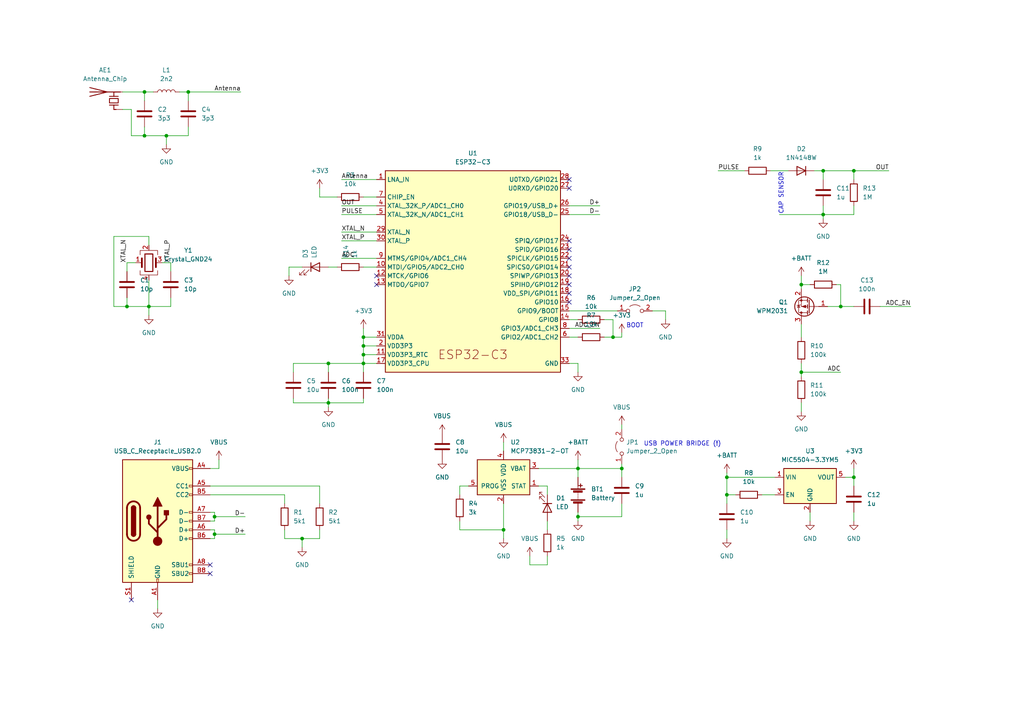
<source format=kicad_sch>
(kicad_sch (version 20211123) (generator eeschema)

  (uuid 907c9cef-7a7a-4a00-a29a-540a1e76ed89)

  (paper "A4")

  (title_block
    (title "Planty")
    (date "2023-01-09")
    (rev "1.0.0")
    (company "Philipp Tebbe")
  )

  (lib_symbols
    (symbol "Battery_Management:MCP73831-2-OT" (pin_names (offset 1.016)) (in_bom yes) (on_board yes)
      (property "Reference" "U" (id 0) (at -7.62 6.35 0)
        (effects (font (size 1.27 1.27)) (justify left))
      )
      (property "Value" "MCP73831-2-OT" (id 1) (at 1.27 6.35 0)
        (effects (font (size 1.27 1.27)) (justify left))
      )
      (property "Footprint" "Package_TO_SOT_SMD:SOT-23-5" (id 2) (at 1.27 -6.35 0)
        (effects (font (size 1.27 1.27) italic) (justify left) hide)
      )
      (property "Datasheet" "http://ww1.microchip.com/downloads/en/DeviceDoc/20001984g.pdf" (id 3) (at -3.81 -1.27 0)
        (effects (font (size 1.27 1.27)) hide)
      )
      (property "ki_keywords" "battery charger lithium" (id 4) (at 0 0 0)
        (effects (font (size 1.27 1.27)) hide)
      )
      (property "ki_description" "Single cell, Li-Ion/Li-Po charge management controller, 4.20V, Tri-State Status Output, in SOT23-5 package" (id 5) (at 0 0 0)
        (effects (font (size 1.27 1.27)) hide)
      )
      (property "ki_fp_filters" "SOT?23*" (id 6) (at 0 0 0)
        (effects (font (size 1.27 1.27)) hide)
      )
      (symbol "MCP73831-2-OT_0_1"
        (rectangle (start -7.62 5.08) (end 7.62 -5.08)
          (stroke (width 0.254) (type default) (color 0 0 0 0))
          (fill (type background))
        )
      )
      (symbol "MCP73831-2-OT_1_1"
        (pin output line (at 10.16 -2.54 180) (length 2.54)
          (name "STAT" (effects (font (size 1.27 1.27))))
          (number "1" (effects (font (size 1.27 1.27))))
        )
        (pin power_in line (at 0 -7.62 90) (length 2.54)
          (name "VSS" (effects (font (size 1.27 1.27))))
          (number "2" (effects (font (size 1.27 1.27))))
        )
        (pin power_out line (at 10.16 2.54 180) (length 2.54)
          (name "VBAT" (effects (font (size 1.27 1.27))))
          (number "3" (effects (font (size 1.27 1.27))))
        )
        (pin power_in line (at 0 7.62 270) (length 2.54)
          (name "VDD" (effects (font (size 1.27 1.27))))
          (number "4" (effects (font (size 1.27 1.27))))
        )
        (pin input line (at -10.16 -2.54 0) (length 2.54)
          (name "PROG" (effects (font (size 1.27 1.27))))
          (number "5" (effects (font (size 1.27 1.27))))
        )
      )
    )
    (symbol "Connector:USB_C_Receptacle_USB2.0" (pin_names (offset 1.016)) (in_bom yes) (on_board yes)
      (property "Reference" "J" (id 0) (at -10.16 19.05 0)
        (effects (font (size 1.27 1.27)) (justify left))
      )
      (property "Value" "USB_C_Receptacle_USB2.0" (id 1) (at 19.05 19.05 0)
        (effects (font (size 1.27 1.27)) (justify right))
      )
      (property "Footprint" "" (id 2) (at 3.81 0 0)
        (effects (font (size 1.27 1.27)) hide)
      )
      (property "Datasheet" "https://www.usb.org/sites/default/files/documents/usb_type-c.zip" (id 3) (at 3.81 0 0)
        (effects (font (size 1.27 1.27)) hide)
      )
      (property "ki_keywords" "usb universal serial bus type-C USB2.0" (id 4) (at 0 0 0)
        (effects (font (size 1.27 1.27)) hide)
      )
      (property "ki_description" "USB 2.0-only Type-C Receptacle connector" (id 5) (at 0 0 0)
        (effects (font (size 1.27 1.27)) hide)
      )
      (property "ki_fp_filters" "USB*C*Receptacle*" (id 6) (at 0 0 0)
        (effects (font (size 1.27 1.27)) hide)
      )
      (symbol "USB_C_Receptacle_USB2.0_0_0"
        (rectangle (start -0.254 -17.78) (end 0.254 -16.764)
          (stroke (width 0) (type default) (color 0 0 0 0))
          (fill (type none))
        )
        (rectangle (start 10.16 -14.986) (end 9.144 -15.494)
          (stroke (width 0) (type default) (color 0 0 0 0))
          (fill (type none))
        )
        (rectangle (start 10.16 -12.446) (end 9.144 -12.954)
          (stroke (width 0) (type default) (color 0 0 0 0))
          (fill (type none))
        )
        (rectangle (start 10.16 -4.826) (end 9.144 -5.334)
          (stroke (width 0) (type default) (color 0 0 0 0))
          (fill (type none))
        )
        (rectangle (start 10.16 -2.286) (end 9.144 -2.794)
          (stroke (width 0) (type default) (color 0 0 0 0))
          (fill (type none))
        )
        (rectangle (start 10.16 0.254) (end 9.144 -0.254)
          (stroke (width 0) (type default) (color 0 0 0 0))
          (fill (type none))
        )
        (rectangle (start 10.16 2.794) (end 9.144 2.286)
          (stroke (width 0) (type default) (color 0 0 0 0))
          (fill (type none))
        )
        (rectangle (start 10.16 7.874) (end 9.144 7.366)
          (stroke (width 0) (type default) (color 0 0 0 0))
          (fill (type none))
        )
        (rectangle (start 10.16 10.414) (end 9.144 9.906)
          (stroke (width 0) (type default) (color 0 0 0 0))
          (fill (type none))
        )
        (rectangle (start 10.16 15.494) (end 9.144 14.986)
          (stroke (width 0) (type default) (color 0 0 0 0))
          (fill (type none))
        )
      )
      (symbol "USB_C_Receptacle_USB2.0_0_1"
        (rectangle (start -10.16 17.78) (end 10.16 -17.78)
          (stroke (width 0.254) (type default) (color 0 0 0 0))
          (fill (type background))
        )
        (arc (start -8.89 -3.81) (mid -6.985 -5.715) (end -5.08 -3.81)
          (stroke (width 0.508) (type default) (color 0 0 0 0))
          (fill (type none))
        )
        (arc (start -7.62 -3.81) (mid -6.985 -4.445) (end -6.35 -3.81)
          (stroke (width 0.254) (type default) (color 0 0 0 0))
          (fill (type none))
        )
        (arc (start -7.62 -3.81) (mid -6.985 -4.445) (end -6.35 -3.81)
          (stroke (width 0.254) (type default) (color 0 0 0 0))
          (fill (type outline))
        )
        (rectangle (start -7.62 -3.81) (end -6.35 3.81)
          (stroke (width 0.254) (type default) (color 0 0 0 0))
          (fill (type outline))
        )
        (arc (start -6.35 3.81) (mid -6.985 4.445) (end -7.62 3.81)
          (stroke (width 0.254) (type default) (color 0 0 0 0))
          (fill (type none))
        )
        (arc (start -6.35 3.81) (mid -6.985 4.445) (end -7.62 3.81)
          (stroke (width 0.254) (type default) (color 0 0 0 0))
          (fill (type outline))
        )
        (arc (start -5.08 3.81) (mid -6.985 5.715) (end -8.89 3.81)
          (stroke (width 0.508) (type default) (color 0 0 0 0))
          (fill (type none))
        )
        (circle (center -2.54 1.143) (radius 0.635)
          (stroke (width 0.254) (type default) (color 0 0 0 0))
          (fill (type outline))
        )
        (circle (center 0 -5.842) (radius 1.27)
          (stroke (width 0) (type default) (color 0 0 0 0))
          (fill (type outline))
        )
        (polyline
          (pts
            (xy -8.89 -3.81)
            (xy -8.89 3.81)
          )
          (stroke (width 0.508) (type default) (color 0 0 0 0))
          (fill (type none))
        )
        (polyline
          (pts
            (xy -5.08 3.81)
            (xy -5.08 -3.81)
          )
          (stroke (width 0.508) (type default) (color 0 0 0 0))
          (fill (type none))
        )
        (polyline
          (pts
            (xy 0 -5.842)
            (xy 0 4.318)
          )
          (stroke (width 0.508) (type default) (color 0 0 0 0))
          (fill (type none))
        )
        (polyline
          (pts
            (xy 0 -3.302)
            (xy -2.54 -0.762)
            (xy -2.54 0.508)
          )
          (stroke (width 0.508) (type default) (color 0 0 0 0))
          (fill (type none))
        )
        (polyline
          (pts
            (xy 0 -2.032)
            (xy 2.54 0.508)
            (xy 2.54 1.778)
          )
          (stroke (width 0.508) (type default) (color 0 0 0 0))
          (fill (type none))
        )
        (polyline
          (pts
            (xy -1.27 4.318)
            (xy 0 6.858)
            (xy 1.27 4.318)
            (xy -1.27 4.318)
          )
          (stroke (width 0.254) (type default) (color 0 0 0 0))
          (fill (type outline))
        )
        (rectangle (start 1.905 1.778) (end 3.175 3.048)
          (stroke (width 0.254) (type default) (color 0 0 0 0))
          (fill (type outline))
        )
      )
      (symbol "USB_C_Receptacle_USB2.0_1_1"
        (pin passive line (at 0 -22.86 90) (length 5.08)
          (name "GND" (effects (font (size 1.27 1.27))))
          (number "A1" (effects (font (size 1.27 1.27))))
        )
        (pin passive line (at 0 -22.86 90) (length 5.08) hide
          (name "GND" (effects (font (size 1.27 1.27))))
          (number "A12" (effects (font (size 1.27 1.27))))
        )
        (pin passive line (at 15.24 15.24 180) (length 5.08)
          (name "VBUS" (effects (font (size 1.27 1.27))))
          (number "A4" (effects (font (size 1.27 1.27))))
        )
        (pin bidirectional line (at 15.24 10.16 180) (length 5.08)
          (name "CC1" (effects (font (size 1.27 1.27))))
          (number "A5" (effects (font (size 1.27 1.27))))
        )
        (pin bidirectional line (at 15.24 -2.54 180) (length 5.08)
          (name "D+" (effects (font (size 1.27 1.27))))
          (number "A6" (effects (font (size 1.27 1.27))))
        )
        (pin bidirectional line (at 15.24 2.54 180) (length 5.08)
          (name "D-" (effects (font (size 1.27 1.27))))
          (number "A7" (effects (font (size 1.27 1.27))))
        )
        (pin bidirectional line (at 15.24 -12.7 180) (length 5.08)
          (name "SBU1" (effects (font (size 1.27 1.27))))
          (number "A8" (effects (font (size 1.27 1.27))))
        )
        (pin passive line (at 15.24 15.24 180) (length 5.08) hide
          (name "VBUS" (effects (font (size 1.27 1.27))))
          (number "A9" (effects (font (size 1.27 1.27))))
        )
        (pin passive line (at 0 -22.86 90) (length 5.08) hide
          (name "GND" (effects (font (size 1.27 1.27))))
          (number "B1" (effects (font (size 1.27 1.27))))
        )
        (pin passive line (at 0 -22.86 90) (length 5.08) hide
          (name "GND" (effects (font (size 1.27 1.27))))
          (number "B12" (effects (font (size 1.27 1.27))))
        )
        (pin passive line (at 15.24 15.24 180) (length 5.08) hide
          (name "VBUS" (effects (font (size 1.27 1.27))))
          (number "B4" (effects (font (size 1.27 1.27))))
        )
        (pin bidirectional line (at 15.24 7.62 180) (length 5.08)
          (name "CC2" (effects (font (size 1.27 1.27))))
          (number "B5" (effects (font (size 1.27 1.27))))
        )
        (pin bidirectional line (at 15.24 -5.08 180) (length 5.08)
          (name "D+" (effects (font (size 1.27 1.27))))
          (number "B6" (effects (font (size 1.27 1.27))))
        )
        (pin bidirectional line (at 15.24 0 180) (length 5.08)
          (name "D-" (effects (font (size 1.27 1.27))))
          (number "B7" (effects (font (size 1.27 1.27))))
        )
        (pin bidirectional line (at 15.24 -15.24 180) (length 5.08)
          (name "SBU2" (effects (font (size 1.27 1.27))))
          (number "B8" (effects (font (size 1.27 1.27))))
        )
        (pin passive line (at 15.24 15.24 180) (length 5.08) hide
          (name "VBUS" (effects (font (size 1.27 1.27))))
          (number "B9" (effects (font (size 1.27 1.27))))
        )
        (pin passive line (at -7.62 -22.86 90) (length 5.08)
          (name "SHIELD" (effects (font (size 1.27 1.27))))
          (number "S1" (effects (font (size 1.27 1.27))))
        )
      )
    )
    (symbol "Device:Antenna_Chip" (pin_numbers hide) (pin_names (offset 1.016) hide) (in_bom yes) (on_board yes)
      (property "Reference" "AE" (id 0) (at 0 5.08 0)
        (effects (font (size 1.27 1.27)) (justify right))
      )
      (property "Value" "Antenna_Chip" (id 1) (at 0 3.175 0)
        (effects (font (size 1.27 1.27)) (justify right))
      )
      (property "Footprint" "" (id 2) (at -2.54 4.445 0)
        (effects (font (size 1.27 1.27)) hide)
      )
      (property "Datasheet" "~" (id 3) (at -2.54 4.445 0)
        (effects (font (size 1.27 1.27)) hide)
      )
      (property "ki_keywords" "antenna" (id 4) (at 0 0 0)
        (effects (font (size 1.27 1.27)) hide)
      )
      (property "ki_description" "Ceramic chip antenna with pin for PCB trace" (id 5) (at 0 0 0)
        (effects (font (size 1.27 1.27)) hide)
      )
      (symbol "Antenna_Chip_0_1"
        (polyline
          (pts
            (xy -2.54 0)
            (xy -2.54 -0.635)
          )
          (stroke (width 0.254) (type default) (color 0 0 0 0))
          (fill (type none))
        )
        (polyline
          (pts
            (xy -2.54 0)
            (xy -1.27 0)
          )
          (stroke (width 0.254) (type default) (color 0 0 0 0))
          (fill (type none))
        )
        (polyline
          (pts
            (xy 1.27 0)
            (xy 2.54 0)
          )
          (stroke (width 0.254) (type default) (color 0 0 0 0))
          (fill (type none))
        )
        (polyline
          (pts
            (xy 1.27 1.27)
            (xy 1.27 -1.27)
          )
          (stroke (width 0.254) (type default) (color 0 0 0 0))
          (fill (type none))
        )
        (polyline
          (pts
            (xy 2.54 -0.635)
            (xy 2.54 0)
          )
          (stroke (width 0) (type default) (color 0 0 0 0))
          (fill (type none))
        )
        (polyline
          (pts
            (xy 2.54 6.985)
            (xy 2.54 -1.905)
          )
          (stroke (width 0.254) (type default) (color 0 0 0 0))
          (fill (type none))
        )
        (polyline
          (pts
            (xy -1.27 1.27)
            (xy -1.27 -1.27)
            (xy -1.27 0)
          )
          (stroke (width 0.254) (type default) (color 0 0 0 0))
          (fill (type none))
        )
        (polyline
          (pts
            (xy 3.81 6.985)
            (xy 2.54 1.905)
            (xy 1.27 6.985)
          )
          (stroke (width 0.254) (type default) (color 0 0 0 0))
          (fill (type none))
        )
        (polyline
          (pts
            (xy -0.635 1.27)
            (xy 0.635 1.27)
            (xy 0.635 -1.27)
            (xy -0.635 -1.27)
            (xy -0.635 1.27)
          )
          (stroke (width 0.254) (type default) (color 0 0 0 0))
          (fill (type none))
        )
      )
      (symbol "Antenna_Chip_1_1"
        (pin input line (at -2.54 -2.54 90) (length 2.54)
          (name "FEED" (effects (font (size 1.27 1.27))))
          (number "1" (effects (font (size 1.27 1.27))))
        )
        (pin passive line (at 2.54 -2.54 90) (length 2.54)
          (name "PCB_Trace" (effects (font (size 1.27 1.27))))
          (number "2" (effects (font (size 1.27 1.27))))
        )
      )
    )
    (symbol "Device:Battery" (pin_numbers hide) (pin_names (offset 0) hide) (in_bom yes) (on_board yes)
      (property "Reference" "BT" (id 0) (at 2.54 2.54 0)
        (effects (font (size 1.27 1.27)) (justify left))
      )
      (property "Value" "Battery" (id 1) (at 2.54 0 0)
        (effects (font (size 1.27 1.27)) (justify left))
      )
      (property "Footprint" "" (id 2) (at 0 1.524 90)
        (effects (font (size 1.27 1.27)) hide)
      )
      (property "Datasheet" "~" (id 3) (at 0 1.524 90)
        (effects (font (size 1.27 1.27)) hide)
      )
      (property "ki_keywords" "batt voltage-source cell" (id 4) (at 0 0 0)
        (effects (font (size 1.27 1.27)) hide)
      )
      (property "ki_description" "Multiple-cell battery" (id 5) (at 0 0 0)
        (effects (font (size 1.27 1.27)) hide)
      )
      (symbol "Battery_0_1"
        (rectangle (start -2.032 -1.397) (end 2.032 -1.651)
          (stroke (width 0) (type default) (color 0 0 0 0))
          (fill (type outline))
        )
        (rectangle (start -2.032 1.778) (end 2.032 1.524)
          (stroke (width 0) (type default) (color 0 0 0 0))
          (fill (type outline))
        )
        (rectangle (start -1.3208 -1.9812) (end 1.27 -2.4892)
          (stroke (width 0) (type default) (color 0 0 0 0))
          (fill (type outline))
        )
        (rectangle (start -1.3208 1.1938) (end 1.27 0.6858)
          (stroke (width 0) (type default) (color 0 0 0 0))
          (fill (type outline))
        )
        (polyline
          (pts
            (xy 0 -1.524)
            (xy 0 -1.27)
          )
          (stroke (width 0) (type default) (color 0 0 0 0))
          (fill (type none))
        )
        (polyline
          (pts
            (xy 0 -1.016)
            (xy 0 -0.762)
          )
          (stroke (width 0) (type default) (color 0 0 0 0))
          (fill (type none))
        )
        (polyline
          (pts
            (xy 0 -0.508)
            (xy 0 -0.254)
          )
          (stroke (width 0) (type default) (color 0 0 0 0))
          (fill (type none))
        )
        (polyline
          (pts
            (xy 0 0)
            (xy 0 0.254)
          )
          (stroke (width 0) (type default) (color 0 0 0 0))
          (fill (type none))
        )
        (polyline
          (pts
            (xy 0 0.508)
            (xy 0 0.762)
          )
          (stroke (width 0) (type default) (color 0 0 0 0))
          (fill (type none))
        )
        (polyline
          (pts
            (xy 0 1.778)
            (xy 0 2.54)
          )
          (stroke (width 0) (type default) (color 0 0 0 0))
          (fill (type none))
        )
        (polyline
          (pts
            (xy 0.254 2.667)
            (xy 1.27 2.667)
          )
          (stroke (width 0.254) (type default) (color 0 0 0 0))
          (fill (type none))
        )
        (polyline
          (pts
            (xy 0.762 3.175)
            (xy 0.762 2.159)
          )
          (stroke (width 0.254) (type default) (color 0 0 0 0))
          (fill (type none))
        )
      )
      (symbol "Battery_1_1"
        (pin passive line (at 0 5.08 270) (length 2.54)
          (name "+" (effects (font (size 1.27 1.27))))
          (number "1" (effects (font (size 1.27 1.27))))
        )
        (pin passive line (at 0 -5.08 90) (length 2.54)
          (name "-" (effects (font (size 1.27 1.27))))
          (number "2" (effects (font (size 1.27 1.27))))
        )
      )
    )
    (symbol "Device:C" (pin_numbers hide) (pin_names (offset 0.254)) (in_bom yes) (on_board yes)
      (property "Reference" "C" (id 0) (at 0.635 2.54 0)
        (effects (font (size 1.27 1.27)) (justify left))
      )
      (property "Value" "C" (id 1) (at 0.635 -2.54 0)
        (effects (font (size 1.27 1.27)) (justify left))
      )
      (property "Footprint" "" (id 2) (at 0.9652 -3.81 0)
        (effects (font (size 1.27 1.27)) hide)
      )
      (property "Datasheet" "~" (id 3) (at 0 0 0)
        (effects (font (size 1.27 1.27)) hide)
      )
      (property "ki_keywords" "cap capacitor" (id 4) (at 0 0 0)
        (effects (font (size 1.27 1.27)) hide)
      )
      (property "ki_description" "Unpolarized capacitor" (id 5) (at 0 0 0)
        (effects (font (size 1.27 1.27)) hide)
      )
      (property "ki_fp_filters" "C_*" (id 6) (at 0 0 0)
        (effects (font (size 1.27 1.27)) hide)
      )
      (symbol "C_0_1"
        (polyline
          (pts
            (xy -2.032 -0.762)
            (xy 2.032 -0.762)
          )
          (stroke (width 0.508) (type default) (color 0 0 0 0))
          (fill (type none))
        )
        (polyline
          (pts
            (xy -2.032 0.762)
            (xy 2.032 0.762)
          )
          (stroke (width 0.508) (type default) (color 0 0 0 0))
          (fill (type none))
        )
      )
      (symbol "C_1_1"
        (pin passive line (at 0 3.81 270) (length 2.794)
          (name "~" (effects (font (size 1.27 1.27))))
          (number "1" (effects (font (size 1.27 1.27))))
        )
        (pin passive line (at 0 -3.81 90) (length 2.794)
          (name "~" (effects (font (size 1.27 1.27))))
          (number "2" (effects (font (size 1.27 1.27))))
        )
      )
    )
    (symbol "Device:Crystal_GND24" (pin_names (offset 1.016) hide) (in_bom yes) (on_board yes)
      (property "Reference" "Y" (id 0) (at 3.175 5.08 0)
        (effects (font (size 1.27 1.27)) (justify left))
      )
      (property "Value" "Crystal_GND24" (id 1) (at 3.175 3.175 0)
        (effects (font (size 1.27 1.27)) (justify left))
      )
      (property "Footprint" "" (id 2) (at 0 0 0)
        (effects (font (size 1.27 1.27)) hide)
      )
      (property "Datasheet" "~" (id 3) (at 0 0 0)
        (effects (font (size 1.27 1.27)) hide)
      )
      (property "ki_keywords" "quartz ceramic resonator oscillator" (id 4) (at 0 0 0)
        (effects (font (size 1.27 1.27)) hide)
      )
      (property "ki_description" "Four pin crystal, GND on pins 2 and 4" (id 5) (at 0 0 0)
        (effects (font (size 1.27 1.27)) hide)
      )
      (property "ki_fp_filters" "Crystal*" (id 6) (at 0 0 0)
        (effects (font (size 1.27 1.27)) hide)
      )
      (symbol "Crystal_GND24_0_1"
        (rectangle (start -1.143 2.54) (end 1.143 -2.54)
          (stroke (width 0.3048) (type default) (color 0 0 0 0))
          (fill (type none))
        )
        (polyline
          (pts
            (xy -2.54 0)
            (xy -2.032 0)
          )
          (stroke (width 0) (type default) (color 0 0 0 0))
          (fill (type none))
        )
        (polyline
          (pts
            (xy -2.032 -1.27)
            (xy -2.032 1.27)
          )
          (stroke (width 0.508) (type default) (color 0 0 0 0))
          (fill (type none))
        )
        (polyline
          (pts
            (xy 0 -3.81)
            (xy 0 -3.556)
          )
          (stroke (width 0) (type default) (color 0 0 0 0))
          (fill (type none))
        )
        (polyline
          (pts
            (xy 0 3.556)
            (xy 0 3.81)
          )
          (stroke (width 0) (type default) (color 0 0 0 0))
          (fill (type none))
        )
        (polyline
          (pts
            (xy 2.032 -1.27)
            (xy 2.032 1.27)
          )
          (stroke (width 0.508) (type default) (color 0 0 0 0))
          (fill (type none))
        )
        (polyline
          (pts
            (xy 2.032 0)
            (xy 2.54 0)
          )
          (stroke (width 0) (type default) (color 0 0 0 0))
          (fill (type none))
        )
        (polyline
          (pts
            (xy -2.54 -2.286)
            (xy -2.54 -3.556)
            (xy 2.54 -3.556)
            (xy 2.54 -2.286)
          )
          (stroke (width 0) (type default) (color 0 0 0 0))
          (fill (type none))
        )
        (polyline
          (pts
            (xy -2.54 2.286)
            (xy -2.54 3.556)
            (xy 2.54 3.556)
            (xy 2.54 2.286)
          )
          (stroke (width 0) (type default) (color 0 0 0 0))
          (fill (type none))
        )
      )
      (symbol "Crystal_GND24_1_1"
        (pin passive line (at -3.81 0 0) (length 1.27)
          (name "1" (effects (font (size 1.27 1.27))))
          (number "1" (effects (font (size 1.27 1.27))))
        )
        (pin passive line (at 0 5.08 270) (length 1.27)
          (name "2" (effects (font (size 1.27 1.27))))
          (number "2" (effects (font (size 1.27 1.27))))
        )
        (pin passive line (at 3.81 0 180) (length 1.27)
          (name "3" (effects (font (size 1.27 1.27))))
          (number "3" (effects (font (size 1.27 1.27))))
        )
        (pin passive line (at 0 -5.08 90) (length 1.27)
          (name "4" (effects (font (size 1.27 1.27))))
          (number "4" (effects (font (size 1.27 1.27))))
        )
      )
    )
    (symbol "Device:L" (pin_numbers hide) (pin_names (offset 1.016) hide) (in_bom yes) (on_board yes)
      (property "Reference" "L" (id 0) (at -1.27 0 90)
        (effects (font (size 1.27 1.27)))
      )
      (property "Value" "L" (id 1) (at 1.905 0 90)
        (effects (font (size 1.27 1.27)))
      )
      (property "Footprint" "" (id 2) (at 0 0 0)
        (effects (font (size 1.27 1.27)) hide)
      )
      (property "Datasheet" "~" (id 3) (at 0 0 0)
        (effects (font (size 1.27 1.27)) hide)
      )
      (property "ki_keywords" "inductor choke coil reactor magnetic" (id 4) (at 0 0 0)
        (effects (font (size 1.27 1.27)) hide)
      )
      (property "ki_description" "Inductor" (id 5) (at 0 0 0)
        (effects (font (size 1.27 1.27)) hide)
      )
      (property "ki_fp_filters" "Choke_* *Coil* Inductor_* L_*" (id 6) (at 0 0 0)
        (effects (font (size 1.27 1.27)) hide)
      )
      (symbol "L_0_1"
        (arc (start 0 -2.54) (mid 0.635 -1.905) (end 0 -1.27)
          (stroke (width 0) (type default) (color 0 0 0 0))
          (fill (type none))
        )
        (arc (start 0 -1.27) (mid 0.635 -0.635) (end 0 0)
          (stroke (width 0) (type default) (color 0 0 0 0))
          (fill (type none))
        )
        (arc (start 0 0) (mid 0.635 0.635) (end 0 1.27)
          (stroke (width 0) (type default) (color 0 0 0 0))
          (fill (type none))
        )
        (arc (start 0 1.27) (mid 0.635 1.905) (end 0 2.54)
          (stroke (width 0) (type default) (color 0 0 0 0))
          (fill (type none))
        )
      )
      (symbol "L_1_1"
        (pin passive line (at 0 3.81 270) (length 1.27)
          (name "1" (effects (font (size 1.27 1.27))))
          (number "1" (effects (font (size 1.27 1.27))))
        )
        (pin passive line (at 0 -3.81 90) (length 1.27)
          (name "2" (effects (font (size 1.27 1.27))))
          (number "2" (effects (font (size 1.27 1.27))))
        )
      )
    )
    (symbol "Device:LED" (pin_numbers hide) (pin_names (offset 1.016) hide) (in_bom yes) (on_board yes)
      (property "Reference" "D" (id 0) (at 0 2.54 0)
        (effects (font (size 1.27 1.27)))
      )
      (property "Value" "LED" (id 1) (at 0 -2.54 0)
        (effects (font (size 1.27 1.27)))
      )
      (property "Footprint" "" (id 2) (at 0 0 0)
        (effects (font (size 1.27 1.27)) hide)
      )
      (property "Datasheet" "~" (id 3) (at 0 0 0)
        (effects (font (size 1.27 1.27)) hide)
      )
      (property "ki_keywords" "LED diode" (id 4) (at 0 0 0)
        (effects (font (size 1.27 1.27)) hide)
      )
      (property "ki_description" "Light emitting diode" (id 5) (at 0 0 0)
        (effects (font (size 1.27 1.27)) hide)
      )
      (property "ki_fp_filters" "LED* LED_SMD:* LED_THT:*" (id 6) (at 0 0 0)
        (effects (font (size 1.27 1.27)) hide)
      )
      (symbol "LED_0_1"
        (polyline
          (pts
            (xy -1.27 -1.27)
            (xy -1.27 1.27)
          )
          (stroke (width 0.254) (type default) (color 0 0 0 0))
          (fill (type none))
        )
        (polyline
          (pts
            (xy -1.27 0)
            (xy 1.27 0)
          )
          (stroke (width 0) (type default) (color 0 0 0 0))
          (fill (type none))
        )
        (polyline
          (pts
            (xy 1.27 -1.27)
            (xy 1.27 1.27)
            (xy -1.27 0)
            (xy 1.27 -1.27)
          )
          (stroke (width 0.254) (type default) (color 0 0 0 0))
          (fill (type none))
        )
        (polyline
          (pts
            (xy -3.048 -0.762)
            (xy -4.572 -2.286)
            (xy -3.81 -2.286)
            (xy -4.572 -2.286)
            (xy -4.572 -1.524)
          )
          (stroke (width 0) (type default) (color 0 0 0 0))
          (fill (type none))
        )
        (polyline
          (pts
            (xy -1.778 -0.762)
            (xy -3.302 -2.286)
            (xy -2.54 -2.286)
            (xy -3.302 -2.286)
            (xy -3.302 -1.524)
          )
          (stroke (width 0) (type default) (color 0 0 0 0))
          (fill (type none))
        )
      )
      (symbol "LED_1_1"
        (pin passive line (at -3.81 0 0) (length 2.54)
          (name "K" (effects (font (size 1.27 1.27))))
          (number "1" (effects (font (size 1.27 1.27))))
        )
        (pin passive line (at 3.81 0 180) (length 2.54)
          (name "A" (effects (font (size 1.27 1.27))))
          (number "2" (effects (font (size 1.27 1.27))))
        )
      )
    )
    (symbol "Device:Q_PMOS_GSD" (pin_names (offset 0) hide) (in_bom yes) (on_board yes)
      (property "Reference" "Q" (id 0) (at 5.08 1.27 0)
        (effects (font (size 1.27 1.27)) (justify left))
      )
      (property "Value" "Q_PMOS_GSD" (id 1) (at 5.08 -1.27 0)
        (effects (font (size 1.27 1.27)) (justify left))
      )
      (property "Footprint" "" (id 2) (at 5.08 2.54 0)
        (effects (font (size 1.27 1.27)) hide)
      )
      (property "Datasheet" "~" (id 3) (at 0 0 0)
        (effects (font (size 1.27 1.27)) hide)
      )
      (property "ki_keywords" "transistor PMOS P-MOS P-MOSFET" (id 4) (at 0 0 0)
        (effects (font (size 1.27 1.27)) hide)
      )
      (property "ki_description" "P-MOSFET transistor, gate/source/drain" (id 5) (at 0 0 0)
        (effects (font (size 1.27 1.27)) hide)
      )
      (symbol "Q_PMOS_GSD_0_1"
        (polyline
          (pts
            (xy 0.254 0)
            (xy -2.54 0)
          )
          (stroke (width 0) (type default) (color 0 0 0 0))
          (fill (type none))
        )
        (polyline
          (pts
            (xy 0.254 1.905)
            (xy 0.254 -1.905)
          )
          (stroke (width 0.254) (type default) (color 0 0 0 0))
          (fill (type none))
        )
        (polyline
          (pts
            (xy 0.762 -1.27)
            (xy 0.762 -2.286)
          )
          (stroke (width 0.254) (type default) (color 0 0 0 0))
          (fill (type none))
        )
        (polyline
          (pts
            (xy 0.762 0.508)
            (xy 0.762 -0.508)
          )
          (stroke (width 0.254) (type default) (color 0 0 0 0))
          (fill (type none))
        )
        (polyline
          (pts
            (xy 0.762 2.286)
            (xy 0.762 1.27)
          )
          (stroke (width 0.254) (type default) (color 0 0 0 0))
          (fill (type none))
        )
        (polyline
          (pts
            (xy 2.54 2.54)
            (xy 2.54 1.778)
          )
          (stroke (width 0) (type default) (color 0 0 0 0))
          (fill (type none))
        )
        (polyline
          (pts
            (xy 2.54 -2.54)
            (xy 2.54 0)
            (xy 0.762 0)
          )
          (stroke (width 0) (type default) (color 0 0 0 0))
          (fill (type none))
        )
        (polyline
          (pts
            (xy 0.762 1.778)
            (xy 3.302 1.778)
            (xy 3.302 -1.778)
            (xy 0.762 -1.778)
          )
          (stroke (width 0) (type default) (color 0 0 0 0))
          (fill (type none))
        )
        (polyline
          (pts
            (xy 2.286 0)
            (xy 1.27 0.381)
            (xy 1.27 -0.381)
            (xy 2.286 0)
          )
          (stroke (width 0) (type default) (color 0 0 0 0))
          (fill (type outline))
        )
        (polyline
          (pts
            (xy 2.794 -0.508)
            (xy 2.921 -0.381)
            (xy 3.683 -0.381)
            (xy 3.81 -0.254)
          )
          (stroke (width 0) (type default) (color 0 0 0 0))
          (fill (type none))
        )
        (polyline
          (pts
            (xy 3.302 -0.381)
            (xy 2.921 0.254)
            (xy 3.683 0.254)
            (xy 3.302 -0.381)
          )
          (stroke (width 0) (type default) (color 0 0 0 0))
          (fill (type none))
        )
        (circle (center 1.651 0) (radius 2.794)
          (stroke (width 0.254) (type default) (color 0 0 0 0))
          (fill (type none))
        )
        (circle (center 2.54 -1.778) (radius 0.254)
          (stroke (width 0) (type default) (color 0 0 0 0))
          (fill (type outline))
        )
        (circle (center 2.54 1.778) (radius 0.254)
          (stroke (width 0) (type default) (color 0 0 0 0))
          (fill (type outline))
        )
      )
      (symbol "Q_PMOS_GSD_1_1"
        (pin input line (at -5.08 0 0) (length 2.54)
          (name "G" (effects (font (size 1.27 1.27))))
          (number "1" (effects (font (size 1.27 1.27))))
        )
        (pin passive line (at 2.54 -5.08 90) (length 2.54)
          (name "S" (effects (font (size 1.27 1.27))))
          (number "2" (effects (font (size 1.27 1.27))))
        )
        (pin passive line (at 2.54 5.08 270) (length 2.54)
          (name "D" (effects (font (size 1.27 1.27))))
          (number "3" (effects (font (size 1.27 1.27))))
        )
      )
    )
    (symbol "Device:R" (pin_numbers hide) (pin_names (offset 0)) (in_bom yes) (on_board yes)
      (property "Reference" "R" (id 0) (at 2.032 0 90)
        (effects (font (size 1.27 1.27)))
      )
      (property "Value" "R" (id 1) (at 0 0 90)
        (effects (font (size 1.27 1.27)))
      )
      (property "Footprint" "" (id 2) (at -1.778 0 90)
        (effects (font (size 1.27 1.27)) hide)
      )
      (property "Datasheet" "~" (id 3) (at 0 0 0)
        (effects (font (size 1.27 1.27)) hide)
      )
      (property "ki_keywords" "R res resistor" (id 4) (at 0 0 0)
        (effects (font (size 1.27 1.27)) hide)
      )
      (property "ki_description" "Resistor" (id 5) (at 0 0 0)
        (effects (font (size 1.27 1.27)) hide)
      )
      (property "ki_fp_filters" "R_*" (id 6) (at 0 0 0)
        (effects (font (size 1.27 1.27)) hide)
      )
      (symbol "R_0_1"
        (rectangle (start -1.016 -2.54) (end 1.016 2.54)
          (stroke (width 0.254) (type default) (color 0 0 0 0))
          (fill (type none))
        )
      )
      (symbol "R_1_1"
        (pin passive line (at 0 3.81 270) (length 1.27)
          (name "~" (effects (font (size 1.27 1.27))))
          (number "1" (effects (font (size 1.27 1.27))))
        )
        (pin passive line (at 0 -3.81 90) (length 1.27)
          (name "~" (effects (font (size 1.27 1.27))))
          (number "2" (effects (font (size 1.27 1.27))))
        )
      )
    )
    (symbol "Diode:1N4148W" (pin_numbers hide) (pin_names hide) (in_bom yes) (on_board yes)
      (property "Reference" "D" (id 0) (at 0 2.54 0)
        (effects (font (size 1.27 1.27)))
      )
      (property "Value" "1N4148W" (id 1) (at 0 -2.54 0)
        (effects (font (size 1.27 1.27)))
      )
      (property "Footprint" "Diode_SMD:D_SOD-123" (id 2) (at 0 -4.445 0)
        (effects (font (size 1.27 1.27)) hide)
      )
      (property "Datasheet" "https://www.vishay.com/docs/85748/1n4148w.pdf" (id 3) (at 0 0 0)
        (effects (font (size 1.27 1.27)) hide)
      )
      (property "ki_keywords" "diode" (id 4) (at 0 0 0)
        (effects (font (size 1.27 1.27)) hide)
      )
      (property "ki_description" "75V 0.15A Fast Switching Diode, SOD-123" (id 5) (at 0 0 0)
        (effects (font (size 1.27 1.27)) hide)
      )
      (property "ki_fp_filters" "D*SOD?123*" (id 6) (at 0 0 0)
        (effects (font (size 1.27 1.27)) hide)
      )
      (symbol "1N4148W_0_1"
        (polyline
          (pts
            (xy -1.27 1.27)
            (xy -1.27 -1.27)
          )
          (stroke (width 0.254) (type default) (color 0 0 0 0))
          (fill (type none))
        )
        (polyline
          (pts
            (xy 1.27 0)
            (xy -1.27 0)
          )
          (stroke (width 0) (type default) (color 0 0 0 0))
          (fill (type none))
        )
        (polyline
          (pts
            (xy 1.27 1.27)
            (xy 1.27 -1.27)
            (xy -1.27 0)
            (xy 1.27 1.27)
          )
          (stroke (width 0.254) (type default) (color 0 0 0 0))
          (fill (type none))
        )
      )
      (symbol "1N4148W_1_1"
        (pin passive line (at -3.81 0 0) (length 2.54)
          (name "K" (effects (font (size 1.27 1.27))))
          (number "1" (effects (font (size 1.27 1.27))))
        )
        (pin passive line (at 3.81 0 180) (length 2.54)
          (name "A" (effects (font (size 1.27 1.27))))
          (number "2" (effects (font (size 1.27 1.27))))
        )
      )
    )
    (symbol "Espressif:ESP32-C3" (in_bom yes) (on_board yes)
      (property "Reference" "U" (id 0) (at -25.4 35.56 0)
        (effects (font (size 1.27 1.27)) (justify left))
      )
      (property "Value" "ESP32-C3" (id 1) (at -25.4 33.02 0)
        (effects (font (size 1.27 1.27)) (justify left))
      )
      (property "Footprint" "Package_DFN_QFN:QFN-32-1EP_5x5mm_P0.5mm_EP3.45x3.45mm" (id 2) (at 0 -30.48 0)
        (effects (font (size 1.27 1.27)) hide)
      )
      (property "Datasheet" "https://www.espressif.com/sites/default/files/documentation/esp32-c3_datasheet_en.pdf" (id 3) (at 0 -33.02 0)
        (effects (font (size 1.27 1.27)) hide)
      )
      (property "ki_description" "ESP32-C3 family is an ultra-low-power MCU-based SoC solution that supports 2.4 GHz Wi-Fi and Bluetooth®Low Energy (Bluetooth LE)." (id 4) (at 0 0 0)
        (effects (font (size 1.27 1.27)) hide)
      )
      (symbol "ESP32-C3_0_0"
        (text "ESP32-C3" (at 0 -22.86 0)
          (effects (font (size 2.54 2.54)))
        )
        (pin bidirectional line (at -27.94 27.94 0) (length 2.54)
          (name "LNA_IN" (effects (font (size 1.27 1.27))))
          (number "1" (effects (font (size 1.27 1.27))))
        )
        (pin bidirectional line (at -27.94 2.54 0) (length 2.54)
          (name "MTDI/GPIO5/ADC2_CH0" (effects (font (size 1.27 1.27))))
          (number "10" (effects (font (size 1.27 1.27))))
        )
        (pin power_in line (at -27.94 -22.86 0) (length 2.54)
          (name "VDD3P3_RTC" (effects (font (size 1.27 1.27))))
          (number "11" (effects (font (size 1.27 1.27))))
        )
        (pin bidirectional line (at -27.94 0 0) (length 2.54)
          (name "MTCK/GPIO6" (effects (font (size 1.27 1.27))))
          (number "12" (effects (font (size 1.27 1.27))))
        )
        (pin bidirectional line (at -27.94 -2.54 0) (length 2.54)
          (name "MTDO/GPIO7" (effects (font (size 1.27 1.27))))
          (number "13" (effects (font (size 1.27 1.27))))
        )
        (pin bidirectional line (at 27.94 -12.7 180) (length 2.54)
          (name "GPIO8" (effects (font (size 1.27 1.27))))
          (number "14" (effects (font (size 1.27 1.27))))
        )
        (pin bidirectional line (at 27.94 -10.16 180) (length 2.54)
          (name "GPIO9/BOOT" (effects (font (size 1.27 1.27))))
          (number "15" (effects (font (size 1.27 1.27))))
        )
        (pin bidirectional line (at 27.94 -7.62 180) (length 2.54)
          (name "GPIO10" (effects (font (size 1.27 1.27))))
          (number "16" (effects (font (size 1.27 1.27))))
        )
        (pin power_in line (at -27.94 -25.4 0) (length 2.54)
          (name "VDD3P3_CPU" (effects (font (size 1.27 1.27))))
          (number "17" (effects (font (size 1.27 1.27))))
        )
        (pin bidirectional line (at 27.94 -5.08 180) (length 2.54)
          (name "VDD_SPI/GPIO11" (effects (font (size 1.27 1.27))))
          (number "18" (effects (font (size 1.27 1.27))))
        )
        (pin bidirectional line (at 27.94 -2.54 180) (length 2.54)
          (name "SPIHD/GPIO12" (effects (font (size 1.27 1.27))))
          (number "19" (effects (font (size 1.27 1.27))))
        )
        (pin power_in line (at -27.94 -20.32 0) (length 2.54)
          (name "VDD3P3" (effects (font (size 1.27 1.27))))
          (number "2" (effects (font (size 1.27 1.27))))
        )
        (pin bidirectional line (at 27.94 0 180) (length 2.54)
          (name "SPIWP/GPIO13" (effects (font (size 1.27 1.27))))
          (number "20" (effects (font (size 1.27 1.27))))
        )
        (pin bidirectional line (at 27.94 2.54 180) (length 2.54)
          (name "SPICS0/GPIO14" (effects (font (size 1.27 1.27))))
          (number "21" (effects (font (size 1.27 1.27))))
        )
        (pin bidirectional line (at 27.94 5.08 180) (length 2.54)
          (name "SPICLK/GPIO15" (effects (font (size 1.27 1.27))))
          (number "22" (effects (font (size 1.27 1.27))))
        )
        (pin bidirectional line (at 27.94 7.62 180) (length 2.54)
          (name "SPID/GPIO16" (effects (font (size 1.27 1.27))))
          (number "23" (effects (font (size 1.27 1.27))))
        )
        (pin bidirectional line (at 27.94 10.16 180) (length 2.54)
          (name "SPIQ/GPIO17" (effects (font (size 1.27 1.27))))
          (number "24" (effects (font (size 1.27 1.27))))
        )
        (pin bidirectional line (at 27.94 17.78 180) (length 2.54)
          (name "GPIO18/USB_D-" (effects (font (size 1.27 1.27))))
          (number "25" (effects (font (size 1.27 1.27))))
        )
        (pin bidirectional line (at 27.94 20.32 180) (length 2.54)
          (name "GPIO19/USB_D+" (effects (font (size 1.27 1.27))))
          (number "26" (effects (font (size 1.27 1.27))))
        )
        (pin bidirectional line (at 27.94 25.4 180) (length 2.54)
          (name "U0RXD/GPIO20" (effects (font (size 1.27 1.27))))
          (number "27" (effects (font (size 1.27 1.27))))
        )
        (pin bidirectional line (at 27.94 27.94 180) (length 2.54)
          (name "U0TXD/GPIO21" (effects (font (size 1.27 1.27))))
          (number "28" (effects (font (size 1.27 1.27))))
        )
        (pin output line (at -27.94 12.7 0) (length 2.54)
          (name "XTAL_N" (effects (font (size 1.27 1.27))))
          (number "29" (effects (font (size 1.27 1.27))))
        )
        (pin input line (at -27.94 10.16 0) (length 2.54)
          (name "XTAL_P" (effects (font (size 1.27 1.27))))
          (number "30" (effects (font (size 1.27 1.27))))
        )
        (pin power_in line (at -27.94 -17.78 0) (length 2.54)
          (name "VDDA" (effects (font (size 1.27 1.27))))
          (number "31" (effects (font (size 1.27 1.27))))
        )
        (pin power_in line (at 27.94 -25.4 180) (length 2.54)
          (name "GND" (effects (font (size 1.27 1.27))))
          (number "33" (effects (font (size 1.27 1.27))))
        )
        (pin output line (at -27.94 20.32 0) (length 2.54)
          (name "XTAL_32K_P/ADC1_CH0" (effects (font (size 1.27 1.27))))
          (number "4" (effects (font (size 1.27 1.27))))
        )
        (pin input line (at -27.94 17.78 0) (length 2.54)
          (name "XTAL_32K_N/ADC1_CH1" (effects (font (size 1.27 1.27))))
          (number "5" (effects (font (size 1.27 1.27))))
        )
        (pin bidirectional line (at 27.94 -17.78 180) (length 2.54)
          (name "GPIO2/ADC1_CH2" (effects (font (size 1.27 1.27))))
          (number "6" (effects (font (size 1.27 1.27))))
        )
        (pin input line (at -27.94 22.86 0) (length 2.54)
          (name "CHIP_EN" (effects (font (size 1.27 1.27))))
          (number "7" (effects (font (size 1.27 1.27))))
        )
        (pin bidirectional line (at 27.94 -15.24 180) (length 2.54)
          (name "GPIO3/ADC1_CH3" (effects (font (size 1.27 1.27))))
          (number "8" (effects (font (size 1.27 1.27))))
        )
        (pin bidirectional line (at -27.94 5.08 0) (length 2.54)
          (name "MTMS/GPIO4/ADC1_CH4" (effects (font (size 1.27 1.27))))
          (number "9" (effects (font (size 1.27 1.27))))
        )
      )
      (symbol "ESP32-C3_0_1"
        (rectangle (start -25.4 30.48) (end 25.4 -27.94)
          (stroke (width 0.254) (type default) (color 0 0 0 0))
          (fill (type background))
        )
        (pin passive line (at -27.94 -20.32 0) (length 2.54) hide
          (name "VDD3P3" (effects (font (size 1.27 1.27))))
          (number "3" (effects (font (size 1.27 1.27))))
        )
        (pin passive line (at -27.94 -17.78 0) (length 2.54) hide
          (name "VDDA" (effects (font (size 1.27 1.27))))
          (number "32" (effects (font (size 1.27 1.27))))
        )
      )
    )
    (symbol "Jumper:Jumper_2_Open" (pin_names (offset 0) hide) (in_bom yes) (on_board yes)
      (property "Reference" "JP" (id 0) (at 0 2.794 0)
        (effects (font (size 1.27 1.27)))
      )
      (property "Value" "Jumper_2_Open" (id 1) (at 0 -2.286 0)
        (effects (font (size 1.27 1.27)))
      )
      (property "Footprint" "" (id 2) (at 0 0 0)
        (effects (font (size 1.27 1.27)) hide)
      )
      (property "Datasheet" "~" (id 3) (at 0 0 0)
        (effects (font (size 1.27 1.27)) hide)
      )
      (property "ki_keywords" "Jumper SPST" (id 4) (at 0 0 0)
        (effects (font (size 1.27 1.27)) hide)
      )
      (property "ki_description" "Jumper, 2-pole, open" (id 5) (at 0 0 0)
        (effects (font (size 1.27 1.27)) hide)
      )
      (property "ki_fp_filters" "Jumper* TestPoint*2Pads* TestPoint*Bridge*" (id 6) (at 0 0 0)
        (effects (font (size 1.27 1.27)) hide)
      )
      (symbol "Jumper_2_Open_0_0"
        (circle (center -2.032 0) (radius 0.508)
          (stroke (width 0) (type default) (color 0 0 0 0))
          (fill (type none))
        )
        (circle (center 2.032 0) (radius 0.508)
          (stroke (width 0) (type default) (color 0 0 0 0))
          (fill (type none))
        )
      )
      (symbol "Jumper_2_Open_0_1"
        (arc (start 1.524 1.27) (mid 0 1.778) (end -1.524 1.27)
          (stroke (width 0) (type default) (color 0 0 0 0))
          (fill (type none))
        )
      )
      (symbol "Jumper_2_Open_1_1"
        (pin passive line (at -5.08 0 0) (length 2.54)
          (name "A" (effects (font (size 1.27 1.27))))
          (number "1" (effects (font (size 1.27 1.27))))
        )
        (pin passive line (at 5.08 0 180) (length 2.54)
          (name "B" (effects (font (size 1.27 1.27))))
          (number "2" (effects (font (size 1.27 1.27))))
        )
      )
    )
    (symbol "Regulator_Linear:MIC5504-3.3YM5" (in_bom yes) (on_board yes)
      (property "Reference" "U" (id 0) (at -7.62 8.89 0)
        (effects (font (size 1.27 1.27)) (justify left))
      )
      (property "Value" "MIC5504-3.3YM5" (id 1) (at -7.62 6.35 0)
        (effects (font (size 1.27 1.27)) (justify left))
      )
      (property "Footprint" "Package_TO_SOT_SMD:SOT-23-5" (id 2) (at 0 -10.16 0)
        (effects (font (size 1.27 1.27)) hide)
      )
      (property "Datasheet" "http://ww1.microchip.com/downloads/en/DeviceDoc/MIC550X.pdf" (id 3) (at -6.35 6.35 0)
        (effects (font (size 1.27 1.27)) hide)
      )
      (property "ki_keywords" "Micrel LDO voltage regulator" (id 4) (at 0 0 0)
        (effects (font (size 1.27 1.27)) hide)
      )
      (property "ki_description" "300mA Low-dropout Voltage Regulator, Vout 3.3V, Vin up to 5.5V, SOT-23" (id 5) (at 0 0 0)
        (effects (font (size 1.27 1.27)) hide)
      )
      (property "ki_fp_filters" "SOT?23?5*" (id 6) (at 0 0 0)
        (effects (font (size 1.27 1.27)) hide)
      )
      (symbol "MIC5504-3.3YM5_0_1"
        (rectangle (start -7.62 -5.08) (end 7.62 5.08)
          (stroke (width 0.254) (type default) (color 0 0 0 0))
          (fill (type background))
        )
      )
      (symbol "MIC5504-3.3YM5_1_1"
        (pin power_in line (at -10.16 2.54 0) (length 2.54)
          (name "VIN" (effects (font (size 1.27 1.27))))
          (number "1" (effects (font (size 1.27 1.27))))
        )
        (pin power_in line (at 0 -7.62 90) (length 2.54)
          (name "GND" (effects (font (size 1.27 1.27))))
          (number "2" (effects (font (size 1.27 1.27))))
        )
        (pin input line (at -10.16 -2.54 0) (length 2.54)
          (name "EN" (effects (font (size 1.27 1.27))))
          (number "3" (effects (font (size 1.27 1.27))))
        )
        (pin no_connect line (at 7.62 -2.54 180) (length 2.54) hide
          (name "NC" (effects (font (size 1.27 1.27))))
          (number "4" (effects (font (size 1.27 1.27))))
        )
        (pin power_out line (at 10.16 2.54 180) (length 2.54)
          (name "VOUT" (effects (font (size 1.27 1.27))))
          (number "5" (effects (font (size 1.27 1.27))))
        )
      )
    )
    (symbol "power:+3V3" (power) (pin_names (offset 0)) (in_bom yes) (on_board yes)
      (property "Reference" "#PWR" (id 0) (at 0 -3.81 0)
        (effects (font (size 1.27 1.27)) hide)
      )
      (property "Value" "+3V3" (id 1) (at 0 3.556 0)
        (effects (font (size 1.27 1.27)))
      )
      (property "Footprint" "" (id 2) (at 0 0 0)
        (effects (font (size 1.27 1.27)) hide)
      )
      (property "Datasheet" "" (id 3) (at 0 0 0)
        (effects (font (size 1.27 1.27)) hide)
      )
      (property "ki_keywords" "global power" (id 4) (at 0 0 0)
        (effects (font (size 1.27 1.27)) hide)
      )
      (property "ki_description" "Power symbol creates a global label with name \"+3V3\"" (id 5) (at 0 0 0)
        (effects (font (size 1.27 1.27)) hide)
      )
      (symbol "+3V3_0_1"
        (polyline
          (pts
            (xy -0.762 1.27)
            (xy 0 2.54)
          )
          (stroke (width 0) (type default) (color 0 0 0 0))
          (fill (type none))
        )
        (polyline
          (pts
            (xy 0 0)
            (xy 0 2.54)
          )
          (stroke (width 0) (type default) (color 0 0 0 0))
          (fill (type none))
        )
        (polyline
          (pts
            (xy 0 2.54)
            (xy 0.762 1.27)
          )
          (stroke (width 0) (type default) (color 0 0 0 0))
          (fill (type none))
        )
      )
      (symbol "+3V3_1_1"
        (pin power_in line (at 0 0 90) (length 0) hide
          (name "+3V3" (effects (font (size 1.27 1.27))))
          (number "1" (effects (font (size 1.27 1.27))))
        )
      )
    )
    (symbol "power:+BATT" (power) (pin_names (offset 0)) (in_bom yes) (on_board yes)
      (property "Reference" "#PWR" (id 0) (at 0 -3.81 0)
        (effects (font (size 1.27 1.27)) hide)
      )
      (property "Value" "+BATT" (id 1) (at 0 3.556 0)
        (effects (font (size 1.27 1.27)))
      )
      (property "Footprint" "" (id 2) (at 0 0 0)
        (effects (font (size 1.27 1.27)) hide)
      )
      (property "Datasheet" "" (id 3) (at 0 0 0)
        (effects (font (size 1.27 1.27)) hide)
      )
      (property "ki_keywords" "global power battery" (id 4) (at 0 0 0)
        (effects (font (size 1.27 1.27)) hide)
      )
      (property "ki_description" "Power symbol creates a global label with name \"+BATT\"" (id 5) (at 0 0 0)
        (effects (font (size 1.27 1.27)) hide)
      )
      (symbol "+BATT_0_1"
        (polyline
          (pts
            (xy -0.762 1.27)
            (xy 0 2.54)
          )
          (stroke (width 0) (type default) (color 0 0 0 0))
          (fill (type none))
        )
        (polyline
          (pts
            (xy 0 0)
            (xy 0 2.54)
          )
          (stroke (width 0) (type default) (color 0 0 0 0))
          (fill (type none))
        )
        (polyline
          (pts
            (xy 0 2.54)
            (xy 0.762 1.27)
          )
          (stroke (width 0) (type default) (color 0 0 0 0))
          (fill (type none))
        )
      )
      (symbol "+BATT_1_1"
        (pin power_in line (at 0 0 90) (length 0) hide
          (name "+BATT" (effects (font (size 1.27 1.27))))
          (number "1" (effects (font (size 1.27 1.27))))
        )
      )
    )
    (symbol "power:GND" (power) (pin_names (offset 0)) (in_bom yes) (on_board yes)
      (property "Reference" "#PWR" (id 0) (at 0 -6.35 0)
        (effects (font (size 1.27 1.27)) hide)
      )
      (property "Value" "GND" (id 1) (at 0 -3.81 0)
        (effects (font (size 1.27 1.27)))
      )
      (property "Footprint" "" (id 2) (at 0 0 0)
        (effects (font (size 1.27 1.27)) hide)
      )
      (property "Datasheet" "" (id 3) (at 0 0 0)
        (effects (font (size 1.27 1.27)) hide)
      )
      (property "ki_keywords" "global power" (id 4) (at 0 0 0)
        (effects (font (size 1.27 1.27)) hide)
      )
      (property "ki_description" "Power symbol creates a global label with name \"GND\" , ground" (id 5) (at 0 0 0)
        (effects (font (size 1.27 1.27)) hide)
      )
      (symbol "GND_0_1"
        (polyline
          (pts
            (xy 0 0)
            (xy 0 -1.27)
            (xy 1.27 -1.27)
            (xy 0 -2.54)
            (xy -1.27 -1.27)
            (xy 0 -1.27)
          )
          (stroke (width 0) (type default) (color 0 0 0 0))
          (fill (type none))
        )
      )
      (symbol "GND_1_1"
        (pin power_in line (at 0 0 270) (length 0) hide
          (name "GND" (effects (font (size 1.27 1.27))))
          (number "1" (effects (font (size 1.27 1.27))))
        )
      )
    )
    (symbol "power:VBUS" (power) (pin_names (offset 0)) (in_bom yes) (on_board yes)
      (property "Reference" "#PWR" (id 0) (at 0 -3.81 0)
        (effects (font (size 1.27 1.27)) hide)
      )
      (property "Value" "VBUS" (id 1) (at 0 3.81 0)
        (effects (font (size 1.27 1.27)))
      )
      (property "Footprint" "" (id 2) (at 0 0 0)
        (effects (font (size 1.27 1.27)) hide)
      )
      (property "Datasheet" "" (id 3) (at 0 0 0)
        (effects (font (size 1.27 1.27)) hide)
      )
      (property "ki_keywords" "global power" (id 4) (at 0 0 0)
        (effects (font (size 1.27 1.27)) hide)
      )
      (property "ki_description" "Power symbol creates a global label with name \"VBUS\"" (id 5) (at 0 0 0)
        (effects (font (size 1.27 1.27)) hide)
      )
      (symbol "VBUS_0_1"
        (polyline
          (pts
            (xy -0.762 1.27)
            (xy 0 2.54)
          )
          (stroke (width 0) (type default) (color 0 0 0 0))
          (fill (type none))
        )
        (polyline
          (pts
            (xy 0 0)
            (xy 0 2.54)
          )
          (stroke (width 0) (type default) (color 0 0 0 0))
          (fill (type none))
        )
        (polyline
          (pts
            (xy 0 2.54)
            (xy 0.762 1.27)
          )
          (stroke (width 0) (type default) (color 0 0 0 0))
          (fill (type none))
        )
      )
      (symbol "VBUS_1_1"
        (pin power_in line (at 0 0 90) (length 0) hide
          (name "VBUS" (effects (font (size 1.27 1.27))))
          (number "1" (effects (font (size 1.27 1.27))))
        )
      )
    )
  )

  (junction (at 210.82 143.51) (diameter 0) (color 0 0 0 0)
    (uuid 03ad23ee-8338-4745-a8e7-0325dc4e853f)
  )
  (junction (at 95.25 116.84) (diameter 0) (color 0 0 0 0)
    (uuid 0b12dc34-43fe-40f8-9174-645a1b93e8a0)
  )
  (junction (at 167.64 149.86) (diameter 0) (color 0 0 0 0)
    (uuid 0ddf1be5-e40b-4082-bf74-2fd98b92a0b5)
  )
  (junction (at 105.41 100.33) (diameter 0) (color 0 0 0 0)
    (uuid 0f5e52ba-f667-42d9-95fd-b140687c9984)
  )
  (junction (at 105.41 102.87) (diameter 0) (color 0 0 0 0)
    (uuid 12db767f-b7ad-4d93-95cc-8d638d57d005)
  )
  (junction (at 167.64 135.89) (diameter 0) (color 0 0 0 0)
    (uuid 19de6794-639b-49dc-b2db-039981c9a474)
  )
  (junction (at 247.65 49.53) (diameter 0) (color 0 0 0 0)
    (uuid 2d82cd76-6e79-4b18-b826-38c0b3c64d41)
  )
  (junction (at 43.18 88.9) (diameter 0) (color 0 0 0 0)
    (uuid 60df30de-cc8f-491c-a47d-4ba292484ad7)
  )
  (junction (at 41.91 39.37) (diameter 0) (color 0 0 0 0)
    (uuid 620ab5f0-a5cf-4830-89d1-0538f9ed4c4e)
  )
  (junction (at 105.41 97.79) (diameter 0) (color 0 0 0 0)
    (uuid 663da377-bec0-4f99-9286-be8c7484508a)
  )
  (junction (at 62.23 154.94) (diameter 0) (color 0 0 0 0)
    (uuid 664989c4-aaae-4031-b36d-345e4bd07381)
  )
  (junction (at 87.63 156.21) (diameter 0) (color 0 0 0 0)
    (uuid 787579db-fd33-4f05-afa8-8768ed65491f)
  )
  (junction (at 54.61 26.67) (diameter 0) (color 0 0 0 0)
    (uuid 7caf1496-c7a5-4f8d-ac4c-a297185f33ff)
  )
  (junction (at 105.41 105.41) (diameter 0) (color 0 0 0 0)
    (uuid 7fe87006-8f9d-45d1-a62a-faa4c0cc8282)
  )
  (junction (at 232.41 107.95) (diameter 0) (color 0 0 0 0)
    (uuid 82845ca5-e85f-4776-acc8-a68284d36283)
  )
  (junction (at 95.25 105.41) (diameter 0) (color 0 0 0 0)
    (uuid 8f275cd5-a87d-486c-9232-6cf9c8dab7b1)
  )
  (junction (at 177.8 97.79) (diameter 0) (color 0 0 0 0)
    (uuid 9123eb8a-e0cc-4192-b09c-bdc0481b14a9)
  )
  (junction (at 41.91 26.67) (diameter 0) (color 0 0 0 0)
    (uuid 9d25c801-a879-44b4-b687-d19b74c2c352)
  )
  (junction (at 36.83 88.9) (diameter 0) (color 0 0 0 0)
    (uuid a0dcbf17-8829-47a2-a944-0035deaffcf0)
  )
  (junction (at 146.05 153.67) (diameter 0) (color 0 0 0 0)
    (uuid aaf2838b-278a-4852-9ea8-10552837e41a)
  )
  (junction (at 247.65 138.43) (diameter 0) (color 0 0 0 0)
    (uuid b262ec24-536f-4b7d-afba-6cc760147b39)
  )
  (junction (at 180.34 135.89) (diameter 0) (color 0 0 0 0)
    (uuid c73d1795-567a-4f25-8f69-61db8fd83731)
  )
  (junction (at 238.76 62.23) (diameter 0) (color 0 0 0 0)
    (uuid cd31240e-ecb6-4274-a64a-7fbcb2c854cb)
  )
  (junction (at 48.26 39.37) (diameter 0) (color 0 0 0 0)
    (uuid d26b28e8-aaa1-49ad-b3c7-3cd7a0785428)
  )
  (junction (at 62.23 149.86) (diameter 0) (color 0 0 0 0)
    (uuid e834064b-757d-47d7-adeb-b374e8a737c5)
  )
  (junction (at 243.84 88.9) (diameter 0) (color 0 0 0 0)
    (uuid e85a8e97-b422-4332-969c-2665fe63e042)
  )
  (junction (at 232.41 82.55) (diameter 0) (color 0 0 0 0)
    (uuid edcf731c-2e71-416c-9b2d-fb0456ef7cb3)
  )
  (junction (at 210.82 138.43) (diameter 0) (color 0 0 0 0)
    (uuid fbc994dd-59d6-480f-972f-d5f31606a5e5)
  )
  (junction (at 238.76 49.53) (diameter 0) (color 0 0 0 0)
    (uuid fee207b8-7e07-48de-9a8b-42467e6c2f61)
  )

  (no_connect (at 165.1 85.09) (uuid 02ddf570-688b-40e6-85c5-437c8c6858d7))
  (no_connect (at 109.22 80.01) (uuid 04c7c453-1cd4-4ffd-8c7a-dba4d65b4136))
  (no_connect (at 165.1 80.01) (uuid 0e23de55-4cdb-4591-b8df-e2340b81e063))
  (no_connect (at 109.22 82.55) (uuid 12167d6a-bd1a-4ba7-9086-7828547aea15))
  (no_connect (at 165.1 52.07) (uuid 1271441b-312a-4446-acae-9159761d1dbe))
  (no_connect (at 165.1 82.55) (uuid 236e9453-c72b-430c-988c-1095e16f5777))
  (no_connect (at 38.1 173.99) (uuid 3fc2bfd8-c321-474e-b537-118e8c377faa))
  (no_connect (at 60.96 166.37) (uuid 7090bee3-c181-4819-94d0-b74b923a5625))
  (no_connect (at 165.1 74.93) (uuid 9bd03c84-dcc7-48e9-b2be-89f2c14a9f21))
  (no_connect (at 60.96 163.83) (uuid a14f3bc2-e08d-46e7-9cfd-d0e54376930c))
  (no_connect (at 165.1 87.63) (uuid a727b176-70c7-46ce-ae94-963f9ea54220))
  (no_connect (at 165.1 77.47) (uuid b22da2a1-da2d-4309-b1f5-6efc9abf9aaa))
  (no_connect (at 165.1 72.39) (uuid ceeabe40-93c8-4600-84c3-440ce91795e5))
  (no_connect (at 165.1 54.61) (uuid d2615596-113e-4c84-bbed-4d54602c0118))
  (no_connect (at 165.1 69.85) (uuid f7a95aa5-2da8-4170-a1dd-eb69e71344ac))

  (wire (pts (xy 85.09 105.41) (xy 95.25 105.41))
    (stroke (width 0) (type default) (color 0 0 0 0))
    (uuid 00542d61-184f-48d2-bb3b-203ef5af0dbc)
  )
  (wire (pts (xy 247.65 62.23) (xy 238.76 62.23))
    (stroke (width 0) (type default) (color 0 0 0 0))
    (uuid 03b05200-f003-43be-b7c1-0faf7a149172)
  )
  (wire (pts (xy 180.34 97.79) (xy 177.8 97.79))
    (stroke (width 0) (type default) (color 0 0 0 0))
    (uuid 056662e3-cb60-4846-af2d-c939af695cc0)
  )
  (wire (pts (xy 167.64 148.59) (xy 167.64 149.86))
    (stroke (width 0) (type default) (color 0 0 0 0))
    (uuid 067dfbbe-65ee-4447-b698-5c494c6b61fc)
  )
  (wire (pts (xy 92.71 140.97) (xy 92.71 146.05))
    (stroke (width 0) (type default) (color 0 0 0 0))
    (uuid 0888e180-96a2-4d02-89e7-f5524818aba2)
  )
  (wire (pts (xy 87.63 156.21) (xy 92.71 156.21))
    (stroke (width 0) (type default) (color 0 0 0 0))
    (uuid 08b997b9-b28c-4ae0-985f-61d05c03a65a)
  )
  (wire (pts (xy 105.41 95.25) (xy 105.41 97.79))
    (stroke (width 0) (type default) (color 0 0 0 0))
    (uuid 0980db41-0324-42af-ab38-480e28cdba37)
  )
  (wire (pts (xy 180.34 123.19) (xy 180.34 124.46))
    (stroke (width 0) (type default) (color 0 0 0 0))
    (uuid 0a3c3578-2d31-4425-8cf8-e755bd38713a)
  )
  (wire (pts (xy 83.82 77.47) (xy 87.63 77.47))
    (stroke (width 0) (type default) (color 0 0 0 0))
    (uuid 0b673b25-cc52-4ba1-b1d2-b21dc454acf7)
  )
  (wire (pts (xy 234.95 148.59) (xy 234.95 151.13))
    (stroke (width 0) (type default) (color 0 0 0 0))
    (uuid 0c30375e-d24b-443c-a67b-6a6b1a5f1bda)
  )
  (wire (pts (xy 48.26 39.37) (xy 48.26 41.91))
    (stroke (width 0) (type default) (color 0 0 0 0))
    (uuid 0e1fdacc-4413-4077-847b-6835a1da570f)
  )
  (wire (pts (xy 236.22 49.53) (xy 238.76 49.53))
    (stroke (width 0) (type default) (color 0 0 0 0))
    (uuid 0e2c19d3-0648-4016-9e92-392ae403e2a8)
  )
  (wire (pts (xy 60.96 148.59) (xy 62.23 148.59))
    (stroke (width 0) (type default) (color 0 0 0 0))
    (uuid 11fdc624-69c0-4608-b0e7-d733da94e3f2)
  )
  (wire (pts (xy 41.91 26.67) (xy 41.91 29.21))
    (stroke (width 0) (type default) (color 0 0 0 0))
    (uuid 12954a73-9a5c-4e46-b5ce-9b048f5ba1a8)
  )
  (wire (pts (xy 180.34 138.43) (xy 180.34 135.89))
    (stroke (width 0) (type default) (color 0 0 0 0))
    (uuid 15ffe337-eae5-4fdd-9f15-6bc66997c5b9)
  )
  (wire (pts (xy 105.41 105.41) (xy 105.41 107.95))
    (stroke (width 0) (type default) (color 0 0 0 0))
    (uuid 17811eb5-ef26-41e4-8024-97ceb94df554)
  )
  (wire (pts (xy 43.18 68.58) (xy 33.02 68.58))
    (stroke (width 0) (type default) (color 0 0 0 0))
    (uuid 190c6706-6042-4ecb-a842-c7bce9f9a099)
  )
  (wire (pts (xy 62.23 149.86) (xy 71.12 149.86))
    (stroke (width 0) (type default) (color 0 0 0 0))
    (uuid 19102801-3828-4832-bdab-f77a75cdd8e6)
  )
  (wire (pts (xy 62.23 149.86) (xy 62.23 151.13))
    (stroke (width 0) (type default) (color 0 0 0 0))
    (uuid 19380688-85bb-4d9f-88ff-23c6059a2df9)
  )
  (wire (pts (xy 43.18 88.9) (xy 49.53 88.9))
    (stroke (width 0) (type default) (color 0 0 0 0))
    (uuid 1b7eac74-fdb3-4809-b13d-298388fcdbf2)
  )
  (wire (pts (xy 95.25 116.84) (xy 105.41 116.84))
    (stroke (width 0) (type default) (color 0 0 0 0))
    (uuid 1be18b93-3f17-4e11-9e78-fce7fea8da81)
  )
  (wire (pts (xy 105.41 77.47) (xy 109.22 77.47))
    (stroke (width 0) (type default) (color 0 0 0 0))
    (uuid 1f03b9ba-9f66-4c57-8cb0-8c32c6dfde5a)
  )
  (wire (pts (xy 105.41 116.84) (xy 105.41 115.57))
    (stroke (width 0) (type default) (color 0 0 0 0))
    (uuid 1f62104d-493e-411c-b392-10605523c809)
  )
  (wire (pts (xy 109.22 100.33) (xy 105.41 100.33))
    (stroke (width 0) (type default) (color 0 0 0 0))
    (uuid 1ff600c5-abc9-482c-b22f-a799d8156c1d)
  )
  (wire (pts (xy 35.56 26.67) (xy 41.91 26.67))
    (stroke (width 0) (type default) (color 0 0 0 0))
    (uuid 20075d85-e156-4fa6-b64b-5c8c7fc6a8f3)
  )
  (wire (pts (xy 238.76 59.69) (xy 238.76 62.23))
    (stroke (width 0) (type default) (color 0 0 0 0))
    (uuid 2092c34e-fcbc-4093-af33-f0db060a69d7)
  )
  (wire (pts (xy 232.41 82.55) (xy 232.41 83.82))
    (stroke (width 0) (type default) (color 0 0 0 0))
    (uuid 22bc9916-3f6e-4043-939d-5cad3ca652e0)
  )
  (wire (pts (xy 52.07 26.67) (xy 54.61 26.67))
    (stroke (width 0) (type default) (color 0 0 0 0))
    (uuid 22d9d14f-0e39-4a87-989f-278e3eafda13)
  )
  (wire (pts (xy 146.05 153.67) (xy 146.05 156.21))
    (stroke (width 0) (type default) (color 0 0 0 0))
    (uuid 29f85ca0-c3ab-4830-96e4-86eb0764d7fa)
  )
  (wire (pts (xy 165.1 62.23) (xy 173.99 62.23))
    (stroke (width 0) (type default) (color 0 0 0 0))
    (uuid 2d880aa5-6cb3-406f-981e-5c3613025373)
  )
  (wire (pts (xy 180.34 135.89) (xy 167.64 135.89))
    (stroke (width 0) (type default) (color 0 0 0 0))
    (uuid 30e00c7e-8240-4b35-a662-6d17509d404a)
  )
  (wire (pts (xy 177.8 97.79) (xy 175.26 97.79))
    (stroke (width 0) (type default) (color 0 0 0 0))
    (uuid 31c3642d-0798-42dc-9025-6ba9687bdc4d)
  )
  (wire (pts (xy 153.67 161.29) (xy 153.67 163.83))
    (stroke (width 0) (type default) (color 0 0 0 0))
    (uuid 31d82bed-7807-4825-8215-da73697974ea)
  )
  (wire (pts (xy 92.71 54.61) (xy 92.71 57.15))
    (stroke (width 0) (type default) (color 0 0 0 0))
    (uuid 342a0b47-c6ed-45d5-9538-8f20aa7ea94f)
  )
  (wire (pts (xy 232.41 116.84) (xy 232.41 119.38))
    (stroke (width 0) (type default) (color 0 0 0 0))
    (uuid 34dca335-4a75-4b9d-83d4-b8952317933c)
  )
  (wire (pts (xy 95.25 105.41) (xy 105.41 105.41))
    (stroke (width 0) (type default) (color 0 0 0 0))
    (uuid 3896299c-7e65-439d-90c2-6231afbe4cbf)
  )
  (wire (pts (xy 208.28 49.53) (xy 215.9 49.53))
    (stroke (width 0) (type default) (color 0 0 0 0))
    (uuid 39e3218f-918d-4267-bd97-895975eeedc1)
  )
  (wire (pts (xy 60.96 143.51) (xy 82.55 143.51))
    (stroke (width 0) (type default) (color 0 0 0 0))
    (uuid 3a846242-596b-45d8-8cbb-091a96e20487)
  )
  (wire (pts (xy 133.35 143.51) (xy 133.35 140.97))
    (stroke (width 0) (type default) (color 0 0 0 0))
    (uuid 3a985c75-c084-409e-bfca-1f7048c7b8b7)
  )
  (wire (pts (xy 242.57 82.55) (xy 243.84 82.55))
    (stroke (width 0) (type default) (color 0 0 0 0))
    (uuid 3bc7abae-7d14-4455-acd7-ad4587c94c48)
  )
  (wire (pts (xy 85.09 116.84) (xy 85.09 115.57))
    (stroke (width 0) (type default) (color 0 0 0 0))
    (uuid 3c4ec93c-7797-48e5-b63c-8176a76f16df)
  )
  (wire (pts (xy 62.23 154.94) (xy 62.23 156.21))
    (stroke (width 0) (type default) (color 0 0 0 0))
    (uuid 3f7d98b6-d928-4faa-be95-9ada63f787ef)
  )
  (wire (pts (xy 60.96 153.67) (xy 62.23 153.67))
    (stroke (width 0) (type default) (color 0 0 0 0))
    (uuid 424857d8-bdc9-4e73-be09-a8aff784f671)
  )
  (wire (pts (xy 177.8 92.71) (xy 177.8 97.79))
    (stroke (width 0) (type default) (color 0 0 0 0))
    (uuid 46389e09-2135-4b43-9059-3efc0cbe56b7)
  )
  (wire (pts (xy 255.27 88.9) (xy 264.16 88.9))
    (stroke (width 0) (type default) (color 0 0 0 0))
    (uuid 4704cd88-0fc5-4c73-aea1-b5afc05637c5)
  )
  (wire (pts (xy 92.71 156.21) (xy 92.71 153.67))
    (stroke (width 0) (type default) (color 0 0 0 0))
    (uuid 47987df2-24f0-4d9c-8b73-6c851ed465b6)
  )
  (wire (pts (xy 167.64 105.41) (xy 165.1 105.41))
    (stroke (width 0) (type default) (color 0 0 0 0))
    (uuid 47b035ab-6048-4d62-aa73-75fcf3cb4d26)
  )
  (wire (pts (xy 62.23 154.94) (xy 71.12 154.94))
    (stroke (width 0) (type default) (color 0 0 0 0))
    (uuid 480b2c17-8275-4aec-b8f3-00f4f0faf007)
  )
  (wire (pts (xy 180.34 149.86) (xy 167.64 149.86))
    (stroke (width 0) (type default) (color 0 0 0 0))
    (uuid 4a76c171-4c25-4806-afd0-d13e5cb422a0)
  )
  (wire (pts (xy 232.41 93.98) (xy 232.41 97.79))
    (stroke (width 0) (type default) (color 0 0 0 0))
    (uuid 4a778332-7ee0-48da-b803-b3af17db7f2c)
  )
  (wire (pts (xy 224.79 138.43) (xy 210.82 138.43))
    (stroke (width 0) (type default) (color 0 0 0 0))
    (uuid 4ab46989-6e17-490e-b401-96264f2a10c1)
  )
  (wire (pts (xy 193.04 92.71) (xy 193.04 90.17))
    (stroke (width 0) (type default) (color 0 0 0 0))
    (uuid 4b39b28f-38bc-43ed-8259-bee349318ade)
  )
  (wire (pts (xy 109.22 102.87) (xy 105.41 102.87))
    (stroke (width 0) (type default) (color 0 0 0 0))
    (uuid 4c092dfe-e037-44f6-aaa1-449e59a62209)
  )
  (wire (pts (xy 247.65 138.43) (xy 245.11 138.43))
    (stroke (width 0) (type default) (color 0 0 0 0))
    (uuid 4cd651c6-bca6-4f97-a8f9-8d5b8005463c)
  )
  (wire (pts (xy 33.02 88.9) (xy 36.83 88.9))
    (stroke (width 0) (type default) (color 0 0 0 0))
    (uuid 4f7626ee-3c8f-48e0-9224-75745010f77c)
  )
  (wire (pts (xy 95.25 77.47) (xy 97.79 77.47))
    (stroke (width 0) (type default) (color 0 0 0 0))
    (uuid 5292fb7a-f6c1-4094-9267-964b8ed0ea2f)
  )
  (wire (pts (xy 62.23 151.13) (xy 60.96 151.13))
    (stroke (width 0) (type default) (color 0 0 0 0))
    (uuid 58331e8c-077b-4519-885a-e22a67113844)
  )
  (wire (pts (xy 36.83 78.74) (xy 36.83 76.2))
    (stroke (width 0) (type default) (color 0 0 0 0))
    (uuid 58548fc8-6dd0-4714-a400-b2934475216a)
  )
  (wire (pts (xy 133.35 153.67) (xy 133.35 151.13))
    (stroke (width 0) (type default) (color 0 0 0 0))
    (uuid 595d4029-3923-464e-a997-c33f292893f6)
  )
  (wire (pts (xy 158.75 140.97) (xy 156.21 140.97))
    (stroke (width 0) (type default) (color 0 0 0 0))
    (uuid 599f48bd-c13c-4315-9bb2-8372953a545c)
  )
  (wire (pts (xy 165.1 95.25) (xy 173.99 95.25))
    (stroke (width 0) (type default) (color 0 0 0 0))
    (uuid 5af9c27c-4c1c-4990-8cc0-8de0c6661cbc)
  )
  (wire (pts (xy 99.06 74.93) (xy 109.22 74.93))
    (stroke (width 0) (type default) (color 0 0 0 0))
    (uuid 5c6b275a-710a-462c-b335-bfea48e55b60)
  )
  (wire (pts (xy 48.26 39.37) (xy 54.61 39.37))
    (stroke (width 0) (type default) (color 0 0 0 0))
    (uuid 5d7bc748-1cb8-4b22-a6c3-23f2d580f339)
  )
  (wire (pts (xy 41.91 36.83) (xy 41.91 39.37))
    (stroke (width 0) (type default) (color 0 0 0 0))
    (uuid 5d8a169f-4d2b-42eb-8c07-bbc1099bfcb5)
  )
  (wire (pts (xy 43.18 88.9) (xy 36.83 88.9))
    (stroke (width 0) (type default) (color 0 0 0 0))
    (uuid 5d8ea81d-7f60-4f1c-a463-7ae60742acb3)
  )
  (wire (pts (xy 158.75 163.83) (xy 158.75 161.29))
    (stroke (width 0) (type default) (color 0 0 0 0))
    (uuid 5dc18ec8-ff30-42b4-a63f-14c09140db17)
  )
  (wire (pts (xy 165.1 90.17) (xy 179.07 90.17))
    (stroke (width 0) (type default) (color 0 0 0 0))
    (uuid 5dd0f007-cc57-49ce-87f8-91f7988c4095)
  )
  (wire (pts (xy 105.41 57.15) (xy 109.22 57.15))
    (stroke (width 0) (type default) (color 0 0 0 0))
    (uuid 5ead8334-da86-44c2-b475-bdbff62e5d91)
  )
  (wire (pts (xy 95.25 105.41) (xy 95.25 107.95))
    (stroke (width 0) (type default) (color 0 0 0 0))
    (uuid 5fe345da-8280-4e16-86e9-de7aacb556e9)
  )
  (wire (pts (xy 63.5 135.89) (xy 60.96 135.89))
    (stroke (width 0) (type default) (color 0 0 0 0))
    (uuid 60767caa-5abb-42e4-a7da-31e657317cc0)
  )
  (wire (pts (xy 87.63 158.75) (xy 87.63 156.21))
    (stroke (width 0) (type default) (color 0 0 0 0))
    (uuid 610cd899-5c6d-48eb-9126-a15047ba3ba3)
  )
  (wire (pts (xy 36.83 76.2) (xy 39.37 76.2))
    (stroke (width 0) (type default) (color 0 0 0 0))
    (uuid 6120ae30-fb8d-487d-a5f5-4ed9db6fc1f7)
  )
  (wire (pts (xy 82.55 156.21) (xy 82.55 153.67))
    (stroke (width 0) (type default) (color 0 0 0 0))
    (uuid 619d50a4-9236-4f6d-9cef-5422560f0829)
  )
  (wire (pts (xy 247.65 49.53) (xy 247.65 52.07))
    (stroke (width 0) (type default) (color 0 0 0 0))
    (uuid 65998ac4-a9f2-4450-be7c-8c71d4e93148)
  )
  (wire (pts (xy 210.82 137.16) (xy 210.82 138.43))
    (stroke (width 0) (type default) (color 0 0 0 0))
    (uuid 68184e58-e404-4540-b5cf-ffcf173e6e78)
  )
  (wire (pts (xy 223.52 49.53) (xy 228.6 49.53))
    (stroke (width 0) (type default) (color 0 0 0 0))
    (uuid 685e521d-7ea0-44db-a3f7-b0990a712337)
  )
  (wire (pts (xy 210.82 153.67) (xy 210.82 156.21))
    (stroke (width 0) (type default) (color 0 0 0 0))
    (uuid 687aa5f5-94f4-4a33-b3b5-95c305dcac94)
  )
  (wire (pts (xy 43.18 91.44) (xy 43.18 88.9))
    (stroke (width 0) (type default) (color 0 0 0 0))
    (uuid 6d251eb4-7f23-4dd4-8457-a6b1bfd6b265)
  )
  (wire (pts (xy 210.82 143.51) (xy 210.82 146.05))
    (stroke (width 0) (type default) (color 0 0 0 0))
    (uuid 6e62a883-cf4e-4215-a7e1-54e330f0501a)
  )
  (wire (pts (xy 99.06 67.31) (xy 109.22 67.31))
    (stroke (width 0) (type default) (color 0 0 0 0))
    (uuid 74756cc5-56b0-4c43-90bb-840b6408bbbf)
  )
  (wire (pts (xy 54.61 39.37) (xy 54.61 36.83))
    (stroke (width 0) (type default) (color 0 0 0 0))
    (uuid 77265dd3-5954-47d9-9f04-3763188e8a39)
  )
  (wire (pts (xy 146.05 153.67) (xy 133.35 153.67))
    (stroke (width 0) (type default) (color 0 0 0 0))
    (uuid 7b230d31-89d8-4053-bb68-05248c08fc9d)
  )
  (wire (pts (xy 247.65 148.59) (xy 247.65 151.13))
    (stroke (width 0) (type default) (color 0 0 0 0))
    (uuid 7b8b0859-6f56-452d-b315-67201d65fdaf)
  )
  (wire (pts (xy 146.05 128.27) (xy 146.05 130.81))
    (stroke (width 0) (type default) (color 0 0 0 0))
    (uuid 7ce0fe73-727f-4632-9481-681e11f88fd8)
  )
  (wire (pts (xy 41.91 39.37) (xy 48.26 39.37))
    (stroke (width 0) (type default) (color 0 0 0 0))
    (uuid 7dfefdbf-ff46-4240-bf11-a8dff270cf7c)
  )
  (wire (pts (xy 210.82 143.51) (xy 213.36 143.51))
    (stroke (width 0) (type default) (color 0 0 0 0))
    (uuid 7f092c54-bc14-4e5b-b2b2-57501c74e2ff)
  )
  (wire (pts (xy 240.03 88.9) (xy 243.84 88.9))
    (stroke (width 0) (type default) (color 0 0 0 0))
    (uuid 84843e37-d913-4a69-b4ad-10abe00595ea)
  )
  (wire (pts (xy 232.41 80.01) (xy 232.41 82.55))
    (stroke (width 0) (type default) (color 0 0 0 0))
    (uuid 84fee4b0-2a5f-441b-b7e0-eccc6299ba08)
  )
  (wire (pts (xy 95.25 116.84) (xy 85.09 116.84))
    (stroke (width 0) (type default) (color 0 0 0 0))
    (uuid 870b2afa-a570-420f-a371-057d4a06896d)
  )
  (wire (pts (xy 165.1 97.79) (xy 167.64 97.79))
    (stroke (width 0) (type default) (color 0 0 0 0))
    (uuid 899562b2-cd74-4ae2-8fc9-ddc08b2ede82)
  )
  (wire (pts (xy 43.18 71.12) (xy 43.18 68.58))
    (stroke (width 0) (type default) (color 0 0 0 0))
    (uuid 8c1a5ae4-1371-4da7-9329-6973834617c7)
  )
  (wire (pts (xy 43.18 81.28) (xy 43.18 88.9))
    (stroke (width 0) (type default) (color 0 0 0 0))
    (uuid 90291be0-3181-4ab0-bfc7-0f5ebac7cd86)
  )
  (wire (pts (xy 54.61 26.67) (xy 69.85 26.67))
    (stroke (width 0) (type default) (color 0 0 0 0))
    (uuid 91b5fc0a-400e-4c13-9c19-c6e4245412d8)
  )
  (wire (pts (xy 220.98 143.51) (xy 224.79 143.51))
    (stroke (width 0) (type default) (color 0 0 0 0))
    (uuid 9696ea2c-6df5-46ad-9db1-a9b7ec24bb1b)
  )
  (wire (pts (xy 243.84 88.9) (xy 247.65 88.9))
    (stroke (width 0) (type default) (color 0 0 0 0))
    (uuid 98259e82-c9af-4303-82fe-693df2fff16a)
  )
  (wire (pts (xy 99.06 52.07) (xy 109.22 52.07))
    (stroke (width 0) (type default) (color 0 0 0 0))
    (uuid 9cd2b32a-09b7-4972-8cd8-84dfdd39430a)
  )
  (wire (pts (xy 167.64 149.86) (xy 167.64 151.13))
    (stroke (width 0) (type default) (color 0 0 0 0))
    (uuid 9db2e529-fef8-43dd-b7f5-e97c4a68b998)
  )
  (wire (pts (xy 210.82 138.43) (xy 210.82 143.51))
    (stroke (width 0) (type default) (color 0 0 0 0))
    (uuid 9ed0899d-eac3-4f6b-ae63-5b6ed87eeaff)
  )
  (wire (pts (xy 238.76 62.23) (xy 238.76 63.5))
    (stroke (width 0) (type default) (color 0 0 0 0))
    (uuid 9f8cbc10-00b4-4cf3-add9-7b259cfed350)
  )
  (wire (pts (xy 36.83 88.9) (xy 36.83 86.36))
    (stroke (width 0) (type default) (color 0 0 0 0))
    (uuid a07ef167-79f7-482a-a437-ab81c01a9d83)
  )
  (wire (pts (xy 33.02 68.58) (xy 33.02 88.9))
    (stroke (width 0) (type default) (color 0 0 0 0))
    (uuid a0a27f05-0b7d-4af7-9ce9-bf584eaaff8b)
  )
  (wire (pts (xy 109.22 59.69) (xy 99.06 59.69))
    (stroke (width 0) (type default) (color 0 0 0 0))
    (uuid a0f174d9-dfaf-4787-bb0c-b4a6ce5a91c2)
  )
  (wire (pts (xy 247.65 49.53) (xy 257.81 49.53))
    (stroke (width 0) (type default) (color 0 0 0 0))
    (uuid a0f1dd39-35d0-4c2f-b949-8866513e0f4a)
  )
  (wire (pts (xy 232.41 82.55) (xy 234.95 82.55))
    (stroke (width 0) (type default) (color 0 0 0 0))
    (uuid a34ad0c0-627e-42b1-b772-f8a127e8f87a)
  )
  (wire (pts (xy 105.41 97.79) (xy 109.22 97.79))
    (stroke (width 0) (type default) (color 0 0 0 0))
    (uuid a45b6f3d-fe37-4267-832a-c064d83548c1)
  )
  (wire (pts (xy 83.82 80.01) (xy 83.82 77.47))
    (stroke (width 0) (type default) (color 0 0 0 0))
    (uuid a4a0ee8b-ce4f-4ca9-98b5-248230118752)
  )
  (wire (pts (xy 165.1 59.69) (xy 173.99 59.69))
    (stroke (width 0) (type default) (color 0 0 0 0))
    (uuid a5582825-0c7c-4143-8dc6-30c7a939e53b)
  )
  (wire (pts (xy 180.34 96.52) (xy 180.34 97.79))
    (stroke (width 0) (type default) (color 0 0 0 0))
    (uuid abc4b564-6932-49aa-a0bb-bb812a2c34ec)
  )
  (wire (pts (xy 38.1 31.75) (xy 38.1 39.37))
    (stroke (width 0) (type default) (color 0 0 0 0))
    (uuid b185d74a-2687-4468-9448-1b209bbebc04)
  )
  (wire (pts (xy 62.23 153.67) (xy 62.23 154.94))
    (stroke (width 0) (type default) (color 0 0 0 0))
    (uuid b1f938c1-9f1e-4f25-a840-a13446a79446)
  )
  (wire (pts (xy 243.84 82.55) (xy 243.84 88.9))
    (stroke (width 0) (type default) (color 0 0 0 0))
    (uuid b48800a6-03e3-411e-a10a-a259532f75b9)
  )
  (wire (pts (xy 165.1 92.71) (xy 167.64 92.71))
    (stroke (width 0) (type default) (color 0 0 0 0))
    (uuid b645fb46-a8f0-4120-9290-68db7c9af618)
  )
  (wire (pts (xy 54.61 26.67) (xy 54.61 29.21))
    (stroke (width 0) (type default) (color 0 0 0 0))
    (uuid b7798acc-ed79-4f66-ba9c-dfdec6da6ffd)
  )
  (wire (pts (xy 232.41 107.95) (xy 232.41 109.22))
    (stroke (width 0) (type default) (color 0 0 0 0))
    (uuid bd929462-68f2-4077-9564-c118dd06c066)
  )
  (wire (pts (xy 193.04 90.17) (xy 189.23 90.17))
    (stroke (width 0) (type default) (color 0 0 0 0))
    (uuid be6d6287-9d52-4380-8b75-476da0a1f812)
  )
  (wire (pts (xy 167.64 107.95) (xy 167.64 105.41))
    (stroke (width 0) (type default) (color 0 0 0 0))
    (uuid bf68ca64-37a9-4375-affa-86df0a090b97)
  )
  (wire (pts (xy 175.26 92.71) (xy 177.8 92.71))
    (stroke (width 0) (type default) (color 0 0 0 0))
    (uuid bfac0ab8-898a-4314-9716-32c2a474cadd)
  )
  (wire (pts (xy 105.41 100.33) (xy 105.41 97.79))
    (stroke (width 0) (type default) (color 0 0 0 0))
    (uuid c092d50a-3624-495f-b773-b7be7a127232)
  )
  (wire (pts (xy 82.55 146.05) (xy 82.55 143.51))
    (stroke (width 0) (type default) (color 0 0 0 0))
    (uuid c5ced0f6-bc8b-4a41-bb2e-45ec4012f12b)
  )
  (wire (pts (xy 105.41 105.41) (xy 105.41 102.87))
    (stroke (width 0) (type default) (color 0 0 0 0))
    (uuid c6243b48-c02c-4af0-a80d-4c0d43017e0c)
  )
  (wire (pts (xy 60.96 140.97) (xy 92.71 140.97))
    (stroke (width 0) (type default) (color 0 0 0 0))
    (uuid c7a1a763-0b5a-4a45-8e41-fd2cb33b8411)
  )
  (wire (pts (xy 49.53 78.74) (xy 49.53 76.2))
    (stroke (width 0) (type default) (color 0 0 0 0))
    (uuid c848c3da-cf4a-45ab-a2f2-323e54ebd880)
  )
  (wire (pts (xy 99.06 62.23) (xy 109.22 62.23))
    (stroke (width 0) (type default) (color 0 0 0 0))
    (uuid c9fba66c-72fd-434f-bd3b-bba06e127bcf)
  )
  (wire (pts (xy 247.65 138.43) (xy 247.65 140.97))
    (stroke (width 0) (type default) (color 0 0 0 0))
    (uuid cc69bfce-df73-45e8-bbfa-a03812d6b949)
  )
  (wire (pts (xy 95.25 116.84) (xy 95.25 118.11))
    (stroke (width 0) (type default) (color 0 0 0 0))
    (uuid cdb0f1ce-d558-484c-8ba4-a59f5744b30c)
  )
  (wire (pts (xy 238.76 49.53) (xy 238.76 52.07))
    (stroke (width 0) (type default) (color 0 0 0 0))
    (uuid d08dbff7-229f-4f5b-a24b-e4b156eabf46)
  )
  (wire (pts (xy 99.06 69.85) (xy 109.22 69.85))
    (stroke (width 0) (type default) (color 0 0 0 0))
    (uuid d0aa99e3-226d-4d49-a899-32f254908d69)
  )
  (wire (pts (xy 105.41 102.87) (xy 105.41 100.33))
    (stroke (width 0) (type default) (color 0 0 0 0))
    (uuid d0b8f3df-48e8-4e04-96f1-bbca1cb07487)
  )
  (wire (pts (xy 153.67 163.83) (xy 158.75 163.83))
    (stroke (width 0) (type default) (color 0 0 0 0))
    (uuid d105d663-1756-48ae-87dc-f6b96fdf3e96)
  )
  (wire (pts (xy 232.41 105.41) (xy 232.41 107.95))
    (stroke (width 0) (type default) (color 0 0 0 0))
    (uuid d239d8fe-288e-49c1-9742-162fb6ee20c9)
  )
  (wire (pts (xy 62.23 156.21) (xy 60.96 156.21))
    (stroke (width 0) (type default) (color 0 0 0 0))
    (uuid d3442aac-e2a4-4456-82a1-733e2c300fb4)
  )
  (wire (pts (xy 49.53 76.2) (xy 46.99 76.2))
    (stroke (width 0) (type default) (color 0 0 0 0))
    (uuid dc8905f3-21e7-485e-9242-291bdbf1c30c)
  )
  (wire (pts (xy 85.09 107.95) (xy 85.09 105.41))
    (stroke (width 0) (type default) (color 0 0 0 0))
    (uuid dcbb8237-8e3e-4537-8792-83f533eac5bb)
  )
  (wire (pts (xy 133.35 140.97) (xy 135.89 140.97))
    (stroke (width 0) (type default) (color 0 0 0 0))
    (uuid dd6a1bb7-2629-4a26-b1dc-41a06b802f12)
  )
  (wire (pts (xy 167.64 138.43) (xy 167.64 135.89))
    (stroke (width 0) (type default) (color 0 0 0 0))
    (uuid dee4a3b0-31e5-47de-b089-3c6d877ad7bf)
  )
  (wire (pts (xy 95.25 115.57) (xy 95.25 116.84))
    (stroke (width 0) (type default) (color 0 0 0 0))
    (uuid e0580677-5d71-47d6-ae65-7831d4e6e0f2)
  )
  (wire (pts (xy 63.5 133.35) (xy 63.5 135.89))
    (stroke (width 0) (type default) (color 0 0 0 0))
    (uuid e23e092e-0138-4dc3-9cac-f30fa14e22b3)
  )
  (wire (pts (xy 146.05 146.05) (xy 146.05 153.67))
    (stroke (width 0) (type default) (color 0 0 0 0))
    (uuid e2d99255-fe02-4eff-a94e-76b309b15a79)
  )
  (wire (pts (xy 158.75 151.13) (xy 158.75 153.67))
    (stroke (width 0) (type default) (color 0 0 0 0))
    (uuid e5495bb6-ba5d-47aa-924a-444b00b35d2d)
  )
  (wire (pts (xy 238.76 49.53) (xy 247.65 49.53))
    (stroke (width 0) (type default) (color 0 0 0 0))
    (uuid e5d91c08-8900-4d88-a11b-428315dce3ca)
  )
  (wire (pts (xy 92.71 57.15) (xy 97.79 57.15))
    (stroke (width 0) (type default) (color 0 0 0 0))
    (uuid ebc67876-4b0d-4054-9390-130d55200d10)
  )
  (wire (pts (xy 62.23 148.59) (xy 62.23 149.86))
    (stroke (width 0) (type default) (color 0 0 0 0))
    (uuid ebeb1fcf-81fc-4717-936a-8f71ee03e921)
  )
  (wire (pts (xy 167.64 133.35) (xy 167.64 135.89))
    (stroke (width 0) (type default) (color 0 0 0 0))
    (uuid ecc99a1f-322a-421a-b2e8-4a05e0d2a419)
  )
  (wire (pts (xy 232.41 107.95) (xy 243.84 107.95))
    (stroke (width 0) (type default) (color 0 0 0 0))
    (uuid ed8d7233-3632-458e-b430-debb741096d3)
  )
  (wire (pts (xy 247.65 59.69) (xy 247.65 62.23))
    (stroke (width 0) (type default) (color 0 0 0 0))
    (uuid eebfef0e-e787-42c4-b08f-7c04de2e39ab)
  )
  (wire (pts (xy 45.72 173.99) (xy 45.72 176.53))
    (stroke (width 0) (type default) (color 0 0 0 0))
    (uuid efb1976c-256b-4a66-aef4-4a65cbe6947b)
  )
  (wire (pts (xy 247.65 135.89) (xy 247.65 138.43))
    (stroke (width 0) (type default) (color 0 0 0 0))
    (uuid f078d75c-1c53-4820-853b-d46cf620b01a)
  )
  (wire (pts (xy 38.1 39.37) (xy 41.91 39.37))
    (stroke (width 0) (type default) (color 0 0 0 0))
    (uuid f0ec3621-192a-45b4-b958-c157cdec140e)
  )
  (wire (pts (xy 109.22 105.41) (xy 105.41 105.41))
    (stroke (width 0) (type default) (color 0 0 0 0))
    (uuid f16bfb19-5bbb-4782-bbf8-e1192e8ee4e3)
  )
  (wire (pts (xy 35.56 31.75) (xy 38.1 31.75))
    (stroke (width 0) (type default) (color 0 0 0 0))
    (uuid f1f8987a-a11b-446a-9e8a-2d845b4621f7)
  )
  (wire (pts (xy 41.91 26.67) (xy 44.45 26.67))
    (stroke (width 0) (type default) (color 0 0 0 0))
    (uuid f2756bd9-c811-4bb3-8548-5b7875e3aab9)
  )
  (wire (pts (xy 180.34 134.62) (xy 180.34 135.89))
    (stroke (width 0) (type default) (color 0 0 0 0))
    (uuid f3915624-0d13-40cf-b320-71b5ab38daa7)
  )
  (wire (pts (xy 180.34 146.05) (xy 180.34 149.86))
    (stroke (width 0) (type default) (color 0 0 0 0))
    (uuid f917640a-8f17-44f7-adb3-ef88f62f91cd)
  )
  (wire (pts (xy 226.06 62.23) (xy 238.76 62.23))
    (stroke (width 0) (type default) (color 0 0 0 0))
    (uuid fa9b42f9-2b82-4119-9a4a-4d05ae27eb03)
  )
  (wire (pts (xy 167.64 135.89) (xy 156.21 135.89))
    (stroke (width 0) (type default) (color 0 0 0 0))
    (uuid fb101ea4-0662-40f7-8601-e11a071acae6)
  )
  (wire (pts (xy 158.75 143.51) (xy 158.75 140.97))
    (stroke (width 0) (type default) (color 0 0 0 0))
    (uuid fb5f38cd-d3ca-4a65-8ca7-9941b04c2f20)
  )
  (wire (pts (xy 49.53 88.9) (xy 49.53 86.36))
    (stroke (width 0) (type default) (color 0 0 0 0))
    (uuid fc45738e-8639-45e3-83a4-4154cde32642)
  )
  (wire (pts (xy 87.63 156.21) (xy 82.55 156.21))
    (stroke (width 0) (type default) (color 0 0 0 0))
    (uuid ffd26519-2b57-4265-9092-253debb07012)
  )

  (text "CAP SENSOR" (at 227.33 62.23 90)
    (effects (font (size 1.27 1.27)) (justify left bottom))
    (uuid 68146390-41f5-4b88-b6b1-2afc917db1d3)
  )
  (text "USB POWER BRIDGE (!)\n" (at 186.69 129.54 0)
    (effects (font (size 1.27 1.27)) (justify left bottom))
    (uuid 910376cd-5f25-4d18-bb47-8523d97161dc)
  )
  (text "BOOT" (at 181.61 95.25 0)
    (effects (font (size 1.27 1.27)) (justify left bottom))
    (uuid a438618f-e2c5-4292-92a7-10298fff0b95)
  )

  (label "XTAL_N" (at 99.06 67.31 0)
    (effects (font (size 1.27 1.27)) (justify left bottom))
    (uuid 0be8d4d3-a6da-40d3-959c-1cadc63891a0)
  )
  (label "D+" (at 71.12 154.94 180)
    (effects (font (size 1.27 1.27)) (justify right bottom))
    (uuid 0dec78c9-0dff-44bd-b18c-47b4912143d8)
  )
  (label "OUT" (at 99.06 59.69 0)
    (effects (font (size 1.27 1.27)) (justify left bottom))
    (uuid 15e65383-f44a-4418-a966-f4e8b108fca3)
  )
  (label "XTAL_P" (at 49.53 76.2 90)
    (effects (font (size 1.27 1.27)) (justify left bottom))
    (uuid 30c10d68-5d93-494f-854a-904b8c02caee)
  )
  (label "Antenna" (at 99.06 52.07 0)
    (effects (font (size 1.27 1.27)) (justify left bottom))
    (uuid 5904d4a7-cd50-475e-b7de-0a19a9511757)
  )
  (label "XTAL_P" (at 99.06 69.85 0)
    (effects (font (size 1.27 1.27)) (justify left bottom))
    (uuid 7bb7a35a-9ab0-497d-be0c-8153bcb2bea6)
  )
  (label "PULSE" (at 99.06 62.23 0)
    (effects (font (size 1.27 1.27)) (justify left bottom))
    (uuid 7f19b485-0b72-42fb-948f-28ddbac2dc41)
  )
  (label "ADC_EN" (at 264.16 88.9 180)
    (effects (font (size 1.27 1.27)) (justify right bottom))
    (uuid 81810407-d432-4cb3-96fe-628acf540762)
  )
  (label "Antenna" (at 69.85 26.67 180)
    (effects (font (size 1.27 1.27)) (justify right bottom))
    (uuid 930aea29-8d1a-4be9-bfb6-0afe73a40aeb)
  )
  (label "ADC_EN" (at 173.99 95.25 180)
    (effects (font (size 1.27 1.27)) (justify right bottom))
    (uuid a11b08c7-b8e9-472b-9ee9-b3ec34b5cf3b)
  )
  (label "OUT" (at 257.81 49.53 180)
    (effects (font (size 1.27 1.27)) (justify right bottom))
    (uuid a4f0de5a-12d9-49ec-83e2-542dfce7177f)
  )
  (label "D+" (at 173.99 59.69 180)
    (effects (font (size 1.27 1.27)) (justify right bottom))
    (uuid bef774da-71be-4963-8438-5b772dcd43e1)
  )
  (label "XTAL_N" (at 36.83 76.2 90)
    (effects (font (size 1.27 1.27)) (justify left bottom))
    (uuid c26b79c0-fd3a-4769-ba3f-c2bf61515143)
  )
  (label "PULSE" (at 208.28 49.53 0)
    (effects (font (size 1.27 1.27)) (justify left bottom))
    (uuid c3070604-2940-484d-9ee3-2514274415e4)
  )
  (label "ADC" (at 243.84 107.95 180)
    (effects (font (size 1.27 1.27)) (justify right bottom))
    (uuid cadfab62-3a07-45af-8510-33a85e7b608f)
  )
  (label "D-" (at 71.12 149.86 180)
    (effects (font (size 1.27 1.27)) (justify right bottom))
    (uuid d90d1eab-be61-4017-b5a9-a24df0751504)
  )
  (label "D-" (at 173.99 62.23 180)
    (effects (font (size 1.27 1.27)) (justify right bottom))
    (uuid e9539079-39b9-44c2-adbd-99b922df51ce)
  )
  (label "ADC" (at 99.06 74.93 0)
    (effects (font (size 1.27 1.27)) (justify left bottom))
    (uuid f23bdb5a-0675-411c-86b3-4ccf9c7a2ac5)
  )

  (symbol (lib_id "Device:Battery") (at 167.64 143.51 0) (unit 1)
    (in_bom yes) (on_board yes) (fields_autoplaced)
    (uuid 02d723a2-7a72-4ed6-bc5b-e0dc5a84a179)
    (property "Reference" "BT1" (id 0) (at 171.45 141.8589 0)
      (effects (font (size 1.27 1.27)) (justify left))
    )
    (property "Value" "Battery" (id 1) (at 171.45 144.3989 0)
      (effects (font (size 1.27 1.27)) (justify left))
    )
    (property "Footprint" "Connector_Molex:Molex_PicoBlade_53261-0271_1x02-1MP_P1.25mm_Horizontal" (id 2) (at 167.64 141.986 90)
      (effects (font (size 1.27 1.27)) hide)
    )
    (property "Datasheet" "~" (id 3) (at 167.64 141.986 90)
      (effects (font (size 1.27 1.27)) hide)
    )
    (pin "1" (uuid 1f0ac130-c610-4c18-a977-a1d31bb53ee3))
    (pin "2" (uuid ad7a4cdb-fd80-47ad-95ea-71c5672a77ce))
  )

  (symbol (lib_id "Device:LED") (at 158.75 147.32 270) (unit 1)
    (in_bom yes) (on_board yes) (fields_autoplaced)
    (uuid 04d41bc3-d758-486c-afc9-483da581c3b0)
    (property "Reference" "D1" (id 0) (at 161.29 144.4624 90)
      (effects (font (size 1.27 1.27)) (justify left))
    )
    (property "Value" "LED" (id 1) (at 161.29 147.0024 90)
      (effects (font (size 1.27 1.27)) (justify left))
    )
    (property "Footprint" "LED_SMD:LED_0402_1005Metric" (id 2) (at 158.75 147.32 0)
      (effects (font (size 1.27 1.27)) hide)
    )
    (property "Datasheet" "~" (id 3) (at 158.75 147.32 0)
      (effects (font (size 1.27 1.27)) hide)
    )
    (pin "1" (uuid d3cceb68-075c-41c5-947e-795f96db0164))
    (pin "2" (uuid 6c056929-0648-4755-bdc9-02265b35554f))
  )

  (symbol (lib_id "Device:R") (at 238.76 82.55 270) (unit 1)
    (in_bom yes) (on_board yes) (fields_autoplaced)
    (uuid 05d6f328-5545-427c-a369-fbcc466132e7)
    (property "Reference" "R12" (id 0) (at 238.76 76.2 90))
    (property "Value" "1M" (id 1) (at 238.76 78.74 90))
    (property "Footprint" "Resistor_SMD:R_0402_1005Metric" (id 2) (at 238.76 80.772 90)
      (effects (font (size 1.27 1.27)) hide)
    )
    (property "Datasheet" "~" (id 3) (at 238.76 82.55 0)
      (effects (font (size 1.27 1.27)) hide)
    )
    (pin "1" (uuid 7167ad9d-934e-4f15-b66b-73d16b41210f))
    (pin "2" (uuid 30cd98a1-78af-425f-851b-037944ef5ed4))
  )

  (symbol (lib_id "power:GND") (at 95.25 118.11 0) (unit 1)
    (in_bom yes) (on_board yes) (fields_autoplaced)
    (uuid 080b703b-1d61-4a2d-bf27-82fa8733dc3e)
    (property "Reference" "#PWR0119" (id 0) (at 95.25 124.46 0)
      (effects (font (size 1.27 1.27)) hide)
    )
    (property "Value" "GND" (id 1) (at 95.25 123.19 0))
    (property "Footprint" "" (id 2) (at 95.25 118.11 0)
      (effects (font (size 1.27 1.27)) hide)
    )
    (property "Datasheet" "" (id 3) (at 95.25 118.11 0)
      (effects (font (size 1.27 1.27)) hide)
    )
    (pin "1" (uuid 6579aa5c-262a-4e9e-97f6-f679c55be287))
  )

  (symbol (lib_id "power:VBUS") (at 63.5 133.35 0) (unit 1)
    (in_bom yes) (on_board yes) (fields_autoplaced)
    (uuid 1063c8a7-793b-4010-a11f-5565996b3c56)
    (property "Reference" "#PWR0124" (id 0) (at 63.5 137.16 0)
      (effects (font (size 1.27 1.27)) hide)
    )
    (property "Value" "VBUS" (id 1) (at 63.5 128.27 0))
    (property "Footprint" "" (id 2) (at 63.5 133.35 0)
      (effects (font (size 1.27 1.27)) hide)
    )
    (property "Datasheet" "" (id 3) (at 63.5 133.35 0)
      (effects (font (size 1.27 1.27)) hide)
    )
    (pin "1" (uuid f6843a4d-505d-4758-9b67-bba66239e935))
  )

  (symbol (lib_id "Device:C") (at 210.82 149.86 180) (unit 1)
    (in_bom yes) (on_board yes) (fields_autoplaced)
    (uuid 15081683-f4a5-498b-a9ed-59d9bba3ae0d)
    (property "Reference" "C10" (id 0) (at 214.63 148.5899 0)
      (effects (font (size 1.27 1.27)) (justify right))
    )
    (property "Value" "1u" (id 1) (at 214.63 151.1299 0)
      (effects (font (size 1.27 1.27)) (justify right))
    )
    (property "Footprint" "Capacitor_SMD:C_0402_1005Metric" (id 2) (at 209.8548 146.05 0)
      (effects (font (size 1.27 1.27)) hide)
    )
    (property "Datasheet" "~" (id 3) (at 210.82 149.86 0)
      (effects (font (size 1.27 1.27)) hide)
    )
    (pin "1" (uuid 439027aa-f7d5-44b2-9fdb-25d683aef5f9))
    (pin "2" (uuid 0c007771-ba77-4afc-8282-ed3b3ef74136))
  )

  (symbol (lib_id "Device:LED") (at 91.44 77.47 0) (unit 1)
    (in_bom yes) (on_board yes) (fields_autoplaced)
    (uuid 1524b438-e640-4865-a7b6-88219e3164b1)
    (property "Reference" "D3" (id 0) (at 88.5824 74.93 90)
      (effects (font (size 1.27 1.27)) (justify left))
    )
    (property "Value" "LED" (id 1) (at 91.1224 74.93 90)
      (effects (font (size 1.27 1.27)) (justify left))
    )
    (property "Footprint" "LED_SMD:LED_0402_1005Metric" (id 2) (at 91.44 77.47 0)
      (effects (font (size 1.27 1.27)) hide)
    )
    (property "Datasheet" "~" (id 3) (at 91.44 77.47 0)
      (effects (font (size 1.27 1.27)) hide)
    )
    (pin "1" (uuid 927ba267-19aa-453b-a9fe-086d47ae0703))
    (pin "2" (uuid 08c743da-7f0e-4a5a-8c8d-a2d8c097a307))
  )

  (symbol (lib_id "Device:C") (at 128.27 129.54 180) (unit 1)
    (in_bom yes) (on_board yes) (fields_autoplaced)
    (uuid 18c15c26-ff4e-478f-956c-d7b9cc24f770)
    (property "Reference" "C8" (id 0) (at 132.08 128.2699 0)
      (effects (font (size 1.27 1.27)) (justify right))
    )
    (property "Value" "10u" (id 1) (at 132.08 130.8099 0)
      (effects (font (size 1.27 1.27)) (justify right))
    )
    (property "Footprint" "Capacitor_SMD:C_0402_1005Metric" (id 2) (at 127.3048 125.73 0)
      (effects (font (size 1.27 1.27)) hide)
    )
    (property "Datasheet" "~" (id 3) (at 128.27 129.54 0)
      (effects (font (size 1.27 1.27)) hide)
    )
    (pin "1" (uuid 01b4c2ab-8d2f-4146-9c11-51189c6db7bb))
    (pin "2" (uuid 858ad470-09ac-4530-bf3c-11a806b25de1))
  )

  (symbol (lib_id "power:VBUS") (at 153.67 161.29 0) (unit 1)
    (in_bom yes) (on_board yes) (fields_autoplaced)
    (uuid 1ba4a9a3-dc39-4c07-a907-5e675eb0adab)
    (property "Reference" "#PWR0106" (id 0) (at 153.67 165.1 0)
      (effects (font (size 1.27 1.27)) hide)
    )
    (property "Value" "VBUS" (id 1) (at 153.67 156.21 0))
    (property "Footprint" "" (id 2) (at 153.67 161.29 0)
      (effects (font (size 1.27 1.27)) hide)
    )
    (property "Datasheet" "" (id 3) (at 153.67 161.29 0)
      (effects (font (size 1.27 1.27)) hide)
    )
    (pin "1" (uuid 74e0d353-7871-453e-848e-d1855aa34e99))
  )

  (symbol (lib_id "power:GND") (at 193.04 92.71 0) (unit 1)
    (in_bom yes) (on_board yes) (fields_autoplaced)
    (uuid 1c14d564-c82e-44f5-b736-db65d1be407b)
    (property "Reference" "#PWR0104" (id 0) (at 193.04 99.06 0)
      (effects (font (size 1.27 1.27)) hide)
    )
    (property "Value" "GND" (id 1) (at 193.04 97.79 0))
    (property "Footprint" "" (id 2) (at 193.04 92.71 0)
      (effects (font (size 1.27 1.27)) hide)
    )
    (property "Datasheet" "" (id 3) (at 193.04 92.71 0)
      (effects (font (size 1.27 1.27)) hide)
    )
    (pin "1" (uuid 78ce12d0-16f6-4e38-be35-664c3bab7ddc))
  )

  (symbol (lib_id "Battery_Management:MCP73831-2-OT") (at 146.05 138.43 0) (unit 1)
    (in_bom yes) (on_board yes) (fields_autoplaced)
    (uuid 24b17e88-efe5-4347-9872-e1b9c0bbb3d1)
    (property "Reference" "U2" (id 0) (at 148.0694 128.27 0)
      (effects (font (size 1.27 1.27)) (justify left))
    )
    (property "Value" "MCP73831-2-OT" (id 1) (at 148.0694 130.81 0)
      (effects (font (size 1.27 1.27)) (justify left))
    )
    (property "Footprint" "Package_TO_SOT_SMD:SOT-23-5" (id 2) (at 147.32 144.78 0)
      (effects (font (size 1.27 1.27) italic) (justify left) hide)
    )
    (property "Datasheet" "http://ww1.microchip.com/downloads/en/DeviceDoc/20001984g.pdf" (id 3) (at 142.24 139.7 0)
      (effects (font (size 1.27 1.27)) hide)
    )
    (pin "1" (uuid 79691c78-3da5-46d7-b3a3-6bfb18b18926))
    (pin "2" (uuid e8dc924b-67f9-4f8a-901b-a99777d59678))
    (pin "3" (uuid e7b5a149-c99b-44e0-a71f-95c83b401679))
    (pin "4" (uuid bbcbb6e3-aeff-4255-a847-058c4658fae7))
    (pin "5" (uuid b356cada-182d-4f6e-9733-2a0be0d7fcc6))
  )

  (symbol (lib_id "Device:C") (at 85.09 111.76 180) (unit 1)
    (in_bom yes) (on_board yes) (fields_autoplaced)
    (uuid 279df127-2744-4570-9e04-fe04868a5772)
    (property "Reference" "C5" (id 0) (at 88.9 110.4899 0)
      (effects (font (size 1.27 1.27)) (justify right))
    )
    (property "Value" "10u" (id 1) (at 88.9 113.0299 0)
      (effects (font (size 1.27 1.27)) (justify right))
    )
    (property "Footprint" "Capacitor_SMD:C_0402_1005Metric" (id 2) (at 84.1248 107.95 0)
      (effects (font (size 1.27 1.27)) hide)
    )
    (property "Datasheet" "~" (id 3) (at 85.09 111.76 0)
      (effects (font (size 1.27 1.27)) hide)
    )
    (pin "1" (uuid a12dd2b1-da10-47c2-ba80-3441b8102e43))
    (pin "2" (uuid 72a9a5bc-0add-40ec-99ef-7a9c867d2e43))
  )

  (symbol (lib_id "Device:C") (at 36.83 82.55 0) (unit 1)
    (in_bom yes) (on_board yes) (fields_autoplaced)
    (uuid 28366d0f-f5cc-4ac9-b5cf-038a82ca1a59)
    (property "Reference" "C1" (id 0) (at 40.64 81.2799 0)
      (effects (font (size 1.27 1.27)) (justify left))
    )
    (property "Value" "10p" (id 1) (at 40.64 83.8199 0)
      (effects (font (size 1.27 1.27)) (justify left))
    )
    (property "Footprint" "Capacitor_SMD:C_0402_1005Metric" (id 2) (at 37.7952 86.36 0)
      (effects (font (size 1.27 1.27)) hide)
    )
    (property "Datasheet" "~" (id 3) (at 36.83 82.55 0)
      (effects (font (size 1.27 1.27)) hide)
    )
    (pin "1" (uuid 98254727-3f96-4289-8164-01845870ab8f))
    (pin "2" (uuid 26258324-d71c-41b5-ac85-f0f1e7b01e6b))
  )

  (symbol (lib_id "power:GND") (at 128.27 133.35 0) (unit 1)
    (in_bom yes) (on_board yes) (fields_autoplaced)
    (uuid 2af022e8-277f-4b01-ac3f-9952c530581c)
    (property "Reference" "#PWR0120" (id 0) (at 128.27 139.7 0)
      (effects (font (size 1.27 1.27)) hide)
    )
    (property "Value" "GND" (id 1) (at 128.27 138.43 0))
    (property "Footprint" "" (id 2) (at 128.27 133.35 0)
      (effects (font (size 1.27 1.27)) hide)
    )
    (property "Datasheet" "" (id 3) (at 128.27 133.35 0)
      (effects (font (size 1.27 1.27)) hide)
    )
    (pin "1" (uuid 058b5eb9-3729-48dc-8d6f-b930885649b2))
  )

  (symbol (lib_id "Device:C") (at 49.53 82.55 180) (unit 1)
    (in_bom yes) (on_board yes) (fields_autoplaced)
    (uuid 2be1df8a-abad-4428-95be-d32df18b2e71)
    (property "Reference" "C3" (id 0) (at 53.34 81.2799 0)
      (effects (font (size 1.27 1.27)) (justify right))
    )
    (property "Value" "10p" (id 1) (at 53.34 83.8199 0)
      (effects (font (size 1.27 1.27)) (justify right))
    )
    (property "Footprint" "Capacitor_SMD:C_0402_1005Metric" (id 2) (at 48.5648 78.74 0)
      (effects (font (size 1.27 1.27)) hide)
    )
    (property "Datasheet" "~" (id 3) (at 49.53 82.55 0)
      (effects (font (size 1.27 1.27)) hide)
    )
    (pin "1" (uuid 79359e86-f474-4a41-8a14-25eca6e266b3))
    (pin "2" (uuid f3d831f6-8baa-4cdf-a214-6df4d7559634))
  )

  (symbol (lib_id "Device:R") (at 101.6 57.15 90) (unit 1)
    (in_bom yes) (on_board yes) (fields_autoplaced)
    (uuid 2d13254b-f08c-42a9-822a-cd283d1febfa)
    (property "Reference" "R3" (id 0) (at 101.6 50.8 90))
    (property "Value" "10k" (id 1) (at 101.6 53.34 90))
    (property "Footprint" "Resistor_SMD:R_0402_1005Metric" (id 2) (at 101.6 58.928 90)
      (effects (font (size 1.27 1.27)) hide)
    )
    (property "Datasheet" "~" (id 3) (at 101.6 57.15 0)
      (effects (font (size 1.27 1.27)) hide)
    )
    (pin "1" (uuid b47e6225-989a-4209-bd20-dbbe35e1180c))
    (pin "2" (uuid e708bdd5-a0db-435d-ac9c-a779109b0907))
  )

  (symbol (lib_id "power:GND") (at 146.05 156.21 0) (unit 1)
    (in_bom yes) (on_board yes) (fields_autoplaced)
    (uuid 3185e1ca-7e48-4013-85a0-6dd6376c9329)
    (property "Reference" "#PWR0107" (id 0) (at 146.05 162.56 0)
      (effects (font (size 1.27 1.27)) hide)
    )
    (property "Value" "GND" (id 1) (at 146.05 161.29 0))
    (property "Footprint" "" (id 2) (at 146.05 156.21 0)
      (effects (font (size 1.27 1.27)) hide)
    )
    (property "Datasheet" "" (id 3) (at 146.05 156.21 0)
      (effects (font (size 1.27 1.27)) hide)
    )
    (pin "1" (uuid 93b239e2-e56e-4453-9451-30b5b5b4429f))
  )

  (symbol (lib_id "Device:C") (at 54.61 33.02 0) (unit 1)
    (in_bom yes) (on_board yes) (fields_autoplaced)
    (uuid 32b617bb-5721-4e2a-97a0-1e5a3a7c46cb)
    (property "Reference" "C4" (id 0) (at 58.42 31.7499 0)
      (effects (font (size 1.27 1.27)) (justify left))
    )
    (property "Value" "3p3" (id 1) (at 58.42 34.2899 0)
      (effects (font (size 1.27 1.27)) (justify left))
    )
    (property "Footprint" "Capacitor_SMD:C_0402_1005Metric" (id 2) (at 55.5752 36.83 0)
      (effects (font (size 1.27 1.27)) hide)
    )
    (property "Datasheet" "~" (id 3) (at 54.61 33.02 0)
      (effects (font (size 1.27 1.27)) hide)
    )
    (pin "1" (uuid a1ee9c55-bc97-4d81-ad76-72976e2ec49b))
    (pin "2" (uuid 9de7733d-4451-4de8-a695-628a33d5bd1e))
  )

  (symbol (lib_id "Espressif:ESP32-C3") (at 137.16 80.01 0) (unit 1)
    (in_bom yes) (on_board yes) (fields_autoplaced)
    (uuid 35c80108-ae0b-4535-a1d2-062982dbba09)
    (property "Reference" "U1" (id 0) (at 137.16 44.45 0))
    (property "Value" "ESP32-C3" (id 1) (at 137.16 46.99 0))
    (property "Footprint" "Package_DFN_QFN:QFN-32-1EP_5x5mm_P0.5mm_EP3.45x3.45mm" (id 2) (at 137.16 110.49 0)
      (effects (font (size 1.27 1.27)) hide)
    )
    (property "Datasheet" "https://www.espressif.com/sites/default/files/documentation/esp32-c3_datasheet_en.pdf" (id 3) (at 137.16 113.03 0)
      (effects (font (size 1.27 1.27)) hide)
    )
    (pin "1" (uuid 340b1dd4-b877-4722-b8ed-763b21cccaaa))
    (pin "10" (uuid 3f6e4917-545f-4b34-8911-634ef0fb3d80))
    (pin "11" (uuid 9b507406-6d52-4706-8247-150671862092))
    (pin "12" (uuid f69cf945-2923-4002-b4ff-19cb3fd863ca))
    (pin "13" (uuid eb0c7e69-082c-466a-b17c-a6180bddbb79))
    (pin "14" (uuid 49f4fafa-3aba-4147-ac1a-07143eb6308c))
    (pin "15" (uuid 02615d75-4a57-49ea-8e18-c20b16035b29))
    (pin "16" (uuid 2e7eb348-c5fc-40b4-88e3-90c1508e6ae1))
    (pin "17" (uuid 89dab851-4fb1-4526-851f-d1827c62e547))
    (pin "18" (uuid 8c7e6323-6919-41ec-b8ef-3c96644eab33))
    (pin "19" (uuid 2603d90e-62e5-4b65-9f4d-7b57bffdb9ed))
    (pin "2" (uuid 11dbf2ab-fea7-49c2-91fc-9d76d5439c7c))
    (pin "20" (uuid b3248db9-ad7b-4e7c-b4b0-75fc3ccc3663))
    (pin "21" (uuid 807fb4e6-6220-4a19-af75-639e7a26195c))
    (pin "22" (uuid 2c1681e0-0511-4ca0-beac-ea09847e378a))
    (pin "23" (uuid daaafd75-1588-478b-b122-68da533ddaab))
    (pin "24" (uuid f0022192-49c6-488d-a732-31c31d68fda8))
    (pin "25" (uuid 997a3a9f-4ee3-4ebb-a2eb-43f4a23f15fb))
    (pin "26" (uuid 6a33c501-a4d7-46f9-b365-7ba191c09fa3))
    (pin "27" (uuid 1a9fbcbc-7547-4458-b103-5594d641ae31))
    (pin "28" (uuid 43e0a1dc-1fd0-4b9c-9ac7-450c9fc2384a))
    (pin "29" (uuid f4a9e5ff-a7b6-4344-a73a-eed6a865ec47))
    (pin "30" (uuid 17488093-84cc-46cf-ac58-c76550e80b83))
    (pin "31" (uuid 9f43786e-07de-45c7-8d95-3b27a8dd2dfb))
    (pin "33" (uuid 9363fd80-1cbd-4fac-9885-e1db0110427b))
    (pin "4" (uuid c5462e20-3d55-4d42-8de8-3688b3894bcb))
    (pin "5" (uuid 8d647899-5a3c-435b-be2b-dcde8e617f8f))
    (pin "6" (uuid f5c82480-0ef5-40d1-846d-0f90e8765a23))
    (pin "7" (uuid 283ae0db-17c7-45a2-8fbc-046f96a76ad9))
    (pin "8" (uuid 44bf347a-b2f4-4938-8be0-b98d81c25d44))
    (pin "9" (uuid 0cadbf9f-2065-451d-b86b-02ea9e055dda))
    (pin "3" (uuid f36a4ed8-1afa-4ca6-8d17-f7dcc64fb025))
    (pin "32" (uuid ddf7fb3c-4a9b-49ab-9e33-4db21b417336))
  )

  (symbol (lib_id "power:VBUS") (at 128.27 125.73 0) (unit 1)
    (in_bom yes) (on_board yes) (fields_autoplaced)
    (uuid 38a6c1f9-36e0-4827-8485-1341fbf8f698)
    (property "Reference" "#PWR0121" (id 0) (at 128.27 129.54 0)
      (effects (font (size 1.27 1.27)) hide)
    )
    (property "Value" "VBUS" (id 1) (at 128.27 120.65 0))
    (property "Footprint" "" (id 2) (at 128.27 125.73 0)
      (effects (font (size 1.27 1.27)) hide)
    )
    (property "Datasheet" "" (id 3) (at 128.27 125.73 0)
      (effects (font (size 1.27 1.27)) hide)
    )
    (pin "1" (uuid 77cdb9d5-b1ef-4b52-80e6-62e458e6565d))
  )

  (symbol (lib_id "Device:R") (at 158.75 157.48 180) (unit 1)
    (in_bom yes) (on_board yes) (fields_autoplaced)
    (uuid 3f0ffddc-ce1f-4678-85eb-4c058948de55)
    (property "Reference" "R5" (id 0) (at 161.29 156.2099 0)
      (effects (font (size 1.27 1.27)) (justify right))
    )
    (property "Value" "1k" (id 1) (at 161.29 158.7499 0)
      (effects (font (size 1.27 1.27)) (justify right))
    )
    (property "Footprint" "Resistor_SMD:R_0402_1005Metric" (id 2) (at 160.528 157.48 90)
      (effects (font (size 1.27 1.27)) hide)
    )
    (property "Datasheet" "~" (id 3) (at 158.75 157.48 0)
      (effects (font (size 1.27 1.27)) hide)
    )
    (pin "1" (uuid 363d3114-0eaf-4f9f-9b34-62fc92af668b))
    (pin "2" (uuid 5e17e1e8-906b-4948-851e-3fc3e1e9d957))
  )

  (symbol (lib_id "power:GND") (at 238.76 63.5 0) (unit 1)
    (in_bom yes) (on_board yes) (fields_autoplaced)
    (uuid 4c83afe6-de03-4b7f-aa7d-165dc040e3da)
    (property "Reference" "#PWR0111" (id 0) (at 238.76 69.85 0)
      (effects (font (size 1.27 1.27)) hide)
    )
    (property "Value" "GND" (id 1) (at 238.76 68.58 0))
    (property "Footprint" "" (id 2) (at 238.76 63.5 0)
      (effects (font (size 1.27 1.27)) hide)
    )
    (property "Datasheet" "" (id 3) (at 238.76 63.5 0)
      (effects (font (size 1.27 1.27)) hide)
    )
    (pin "1" (uuid 881ee86f-4931-44d8-bb3d-31e124fd5c26))
  )

  (symbol (lib_id "power:+3V3") (at 92.71 54.61 0) (unit 1)
    (in_bom yes) (on_board yes) (fields_autoplaced)
    (uuid 4da756ff-8040-4005-93c2-cb2ec1ec3899)
    (property "Reference" "#PWR0126" (id 0) (at 92.71 58.42 0)
      (effects (font (size 1.27 1.27)) hide)
    )
    (property "Value" "+3V3" (id 1) (at 92.71 49.53 0))
    (property "Footprint" "" (id 2) (at 92.71 54.61 0)
      (effects (font (size 1.27 1.27)) hide)
    )
    (property "Datasheet" "" (id 3) (at 92.71 54.61 0)
      (effects (font (size 1.27 1.27)) hide)
    )
    (pin "1" (uuid c4c518fe-757e-4009-85da-d6a6438aa1cc))
  )

  (symbol (lib_id "Jumper:Jumper_2_Open") (at 180.34 129.54 90) (unit 1)
    (in_bom yes) (on_board yes) (fields_autoplaced)
    (uuid 50c1bbaf-c200-4128-a313-5b1be703c58b)
    (property "Reference" "JP1" (id 0) (at 181.61 128.2699 90)
      (effects (font (size 1.27 1.27)) (justify right))
    )
    (property "Value" "Jumper_2_Open" (id 1) (at 181.61 130.8099 90)
      (effects (font (size 1.27 1.27)) (justify right))
    )
    (property "Footprint" "Jumper:SolderJumper-2_P1.3mm_Open_RoundedPad1.0x1.5mm" (id 2) (at 180.34 129.54 0)
      (effects (font (size 1.27 1.27)) hide)
    )
    (property "Datasheet" "~" (id 3) (at 180.34 129.54 0)
      (effects (font (size 1.27 1.27)) hide)
    )
    (pin "1" (uuid 1ca86882-3f60-41ad-865c-ca8dc5a6e748))
    (pin "2" (uuid 51c77424-992b-40cc-b3c0-d348cdd03200))
  )

  (symbol (lib_id "power:+BATT") (at 232.41 80.01 0) (unit 1)
    (in_bom yes) (on_board yes) (fields_autoplaced)
    (uuid 51b96e26-3096-4db1-86b8-62605efbc696)
    (property "Reference" "#PWR0110" (id 0) (at 232.41 83.82 0)
      (effects (font (size 1.27 1.27)) hide)
    )
    (property "Value" "+BATT" (id 1) (at 232.41 74.93 0))
    (property "Footprint" "" (id 2) (at 232.41 80.01 0)
      (effects (font (size 1.27 1.27)) hide)
    )
    (property "Datasheet" "" (id 3) (at 232.41 80.01 0)
      (effects (font (size 1.27 1.27)) hide)
    )
    (pin "1" (uuid 3d17cac5-8911-4d8a-839e-221bd23e0149))
  )

  (symbol (lib_id "power:GND") (at 87.63 158.75 0) (unit 1)
    (in_bom yes) (on_board yes) (fields_autoplaced)
    (uuid 52fab1a8-ff6a-4904-8715-958dca86b977)
    (property "Reference" "#PWR0123" (id 0) (at 87.63 165.1 0)
      (effects (font (size 1.27 1.27)) hide)
    )
    (property "Value" "GND" (id 1) (at 87.63 163.83 0))
    (property "Footprint" "" (id 2) (at 87.63 158.75 0)
      (effects (font (size 1.27 1.27)) hide)
    )
    (property "Datasheet" "" (id 3) (at 87.63 158.75 0)
      (effects (font (size 1.27 1.27)) hide)
    )
    (pin "1" (uuid e43f226a-4ba0-41cf-8b8d-4acd609d4aec))
  )

  (symbol (lib_id "power:GND") (at 43.18 91.44 0) (unit 1)
    (in_bom yes) (on_board yes) (fields_autoplaced)
    (uuid 56c18516-cb3b-4642-82af-383196ed9670)
    (property "Reference" "#PWR0125" (id 0) (at 43.18 97.79 0)
      (effects (font (size 1.27 1.27)) hide)
    )
    (property "Value" "GND" (id 1) (at 43.18 96.52 0))
    (property "Footprint" "" (id 2) (at 43.18 91.44 0)
      (effects (font (size 1.27 1.27)) hide)
    )
    (property "Datasheet" "" (id 3) (at 43.18 91.44 0)
      (effects (font (size 1.27 1.27)) hide)
    )
    (pin "1" (uuid 2a1dc129-965b-4715-a379-c6d1ea83d82f))
  )

  (symbol (lib_id "Device:C") (at 247.65 144.78 180) (unit 1)
    (in_bom yes) (on_board yes) (fields_autoplaced)
    (uuid 5a3a0f1b-3f5a-4411-b57b-048c2345348e)
    (property "Reference" "C12" (id 0) (at 251.46 143.5099 0)
      (effects (font (size 1.27 1.27)) (justify right))
    )
    (property "Value" "1u" (id 1) (at 251.46 146.0499 0)
      (effects (font (size 1.27 1.27)) (justify right))
    )
    (property "Footprint" "Capacitor_SMD:C_0402_1005Metric" (id 2) (at 246.6848 140.97 0)
      (effects (font (size 1.27 1.27)) hide)
    )
    (property "Datasheet" "~" (id 3) (at 247.65 144.78 0)
      (effects (font (size 1.27 1.27)) hide)
    )
    (pin "1" (uuid 2be0621b-a81f-45fa-8a75-e39a8738d3e0))
    (pin "2" (uuid 8f09c54d-77e0-41b0-9eb5-7e736bb00639))
  )

  (symbol (lib_id "power:+3V3") (at 105.41 95.25 0) (unit 1)
    (in_bom yes) (on_board yes) (fields_autoplaced)
    (uuid 5ad03cb4-b3f3-47c1-b1aa-6f7344e77183)
    (property "Reference" "#PWR0127" (id 0) (at 105.41 99.06 0)
      (effects (font (size 1.27 1.27)) hide)
    )
    (property "Value" "+3V3" (id 1) (at 105.41 90.17 0))
    (property "Footprint" "" (id 2) (at 105.41 95.25 0)
      (effects (font (size 1.27 1.27)) hide)
    )
    (property "Datasheet" "" (id 3) (at 105.41 95.25 0)
      (effects (font (size 1.27 1.27)) hide)
    )
    (pin "1" (uuid c3167cc2-6526-4b78-aa4f-5973c3c72c97))
  )

  (symbol (lib_id "Device:C") (at 95.25 111.76 180) (unit 1)
    (in_bom yes) (on_board yes) (fields_autoplaced)
    (uuid 5b7019a5-3dc1-494c-8a46-6445a2b61933)
    (property "Reference" "C6" (id 0) (at 99.06 110.4899 0)
      (effects (font (size 1.27 1.27)) (justify right))
    )
    (property "Value" "100n" (id 1) (at 99.06 113.0299 0)
      (effects (font (size 1.27 1.27)) (justify right))
    )
    (property "Footprint" "Capacitor_SMD:C_0402_1005Metric" (id 2) (at 94.2848 107.95 0)
      (effects (font (size 1.27 1.27)) hide)
    )
    (property "Datasheet" "~" (id 3) (at 95.25 111.76 0)
      (effects (font (size 1.27 1.27)) hide)
    )
    (pin "1" (uuid 388e78d2-72ee-4b69-b994-c7990b975365))
    (pin "2" (uuid b0790140-ca10-4260-8424-06c551f0dd52))
  )

  (symbol (lib_id "power:VBUS") (at 146.05 128.27 0) (unit 1)
    (in_bom yes) (on_board yes) (fields_autoplaced)
    (uuid 5bc28a81-93e9-4c6d-8ac7-fd48e1d29ccc)
    (property "Reference" "#PWR0109" (id 0) (at 146.05 132.08 0)
      (effects (font (size 1.27 1.27)) hide)
    )
    (property "Value" "VBUS" (id 1) (at 146.05 123.19 0))
    (property "Footprint" "" (id 2) (at 146.05 128.27 0)
      (effects (font (size 1.27 1.27)) hide)
    )
    (property "Datasheet" "" (id 3) (at 146.05 128.27 0)
      (effects (font (size 1.27 1.27)) hide)
    )
    (pin "1" (uuid 08d00479-9010-44bb-86f3-2abadbebc63b))
  )

  (symbol (lib_id "Device:Antenna_Chip") (at 33.02 29.21 90) (unit 1)
    (in_bom yes) (on_board yes) (fields_autoplaced)
    (uuid 66b32ede-e6e2-4e28-891c-cc71db917068)
    (property "Reference" "AE1" (id 0) (at 30.48 20.32 90))
    (property "Value" "Antenna_Chip" (id 1) (at 30.48 22.86 90))
    (property "Footprint" "RF_Antenna:Texas_SWRA117D_2.4GHz_Left" (id 2) (at 28.575 31.75 0)
      (effects (font (size 1.27 1.27)) hide)
    )
    (property "Datasheet" "~" (id 3) (at 28.575 31.75 0)
      (effects (font (size 1.27 1.27)) hide)
    )
    (pin "1" (uuid 00f8036a-f075-4fe4-a992-617a7bcc3a23))
    (pin "2" (uuid 5c972371-bb38-4959-b8c3-ffd7f13d653f))
  )

  (symbol (lib_id "power:GND") (at 167.64 107.95 0) (unit 1)
    (in_bom yes) (on_board yes) (fields_autoplaced)
    (uuid 6c54a318-d137-445a-b1e3-f6cafbe6b68c)
    (property "Reference" "#PWR0105" (id 0) (at 167.64 114.3 0)
      (effects (font (size 1.27 1.27)) hide)
    )
    (property "Value" "GND" (id 1) (at 167.64 113.03 0))
    (property "Footprint" "" (id 2) (at 167.64 107.95 0)
      (effects (font (size 1.27 1.27)) hide)
    )
    (property "Datasheet" "" (id 3) (at 167.64 107.95 0)
      (effects (font (size 1.27 1.27)) hide)
    )
    (pin "1" (uuid 58989e7c-c801-4f1a-b04c-e56242734f73))
  )

  (symbol (lib_id "Device:R") (at 133.35 147.32 180) (unit 1)
    (in_bom yes) (on_board yes) (fields_autoplaced)
    (uuid 701d1bea-4bee-4d39-ab6f-490fac6946b1)
    (property "Reference" "R4" (id 0) (at 135.89 146.0499 0)
      (effects (font (size 1.27 1.27)) (justify right))
    )
    (property "Value" "3k" (id 1) (at 135.89 148.5899 0)
      (effects (font (size 1.27 1.27)) (justify right))
    )
    (property "Footprint" "Resistor_SMD:R_0402_1005Metric" (id 2) (at 135.128 147.32 90)
      (effects (font (size 1.27 1.27)) hide)
    )
    (property "Datasheet" "~" (id 3) (at 133.35 147.32 0)
      (effects (font (size 1.27 1.27)) hide)
    )
    (pin "1" (uuid 08388a49-6d53-4345-b5b6-b7c43a23df02))
    (pin "2" (uuid f092403b-a5bb-434c-a183-0a32ab52671e))
  )

  (symbol (lib_id "power:GND") (at 210.82 156.21 0) (unit 1)
    (in_bom yes) (on_board yes) (fields_autoplaced)
    (uuid 776dc67f-5bf8-4c27-a446-b7adbf3e7ffc)
    (property "Reference" "#PWR0115" (id 0) (at 210.82 162.56 0)
      (effects (font (size 1.27 1.27)) hide)
    )
    (property "Value" "GND" (id 1) (at 210.82 161.29 0))
    (property "Footprint" "" (id 2) (at 210.82 156.21 0)
      (effects (font (size 1.27 1.27)) hide)
    )
    (property "Datasheet" "" (id 3) (at 210.82 156.21 0)
      (effects (font (size 1.27 1.27)) hide)
    )
    (pin "1" (uuid 9c67377e-601b-4297-bfe6-1601482774d6))
  )

  (symbol (lib_id "Device:R") (at 171.45 97.79 90) (unit 1)
    (in_bom yes) (on_board yes) (fields_autoplaced)
    (uuid 797bbd4d-2ed3-4639-83fd-09db2a65ce09)
    (property "Reference" "R7" (id 0) (at 171.45 91.44 90))
    (property "Value" "10k" (id 1) (at 171.45 93.98 90))
    (property "Footprint" "Resistor_SMD:R_0402_1005Metric" (id 2) (at 171.45 99.568 90)
      (effects (font (size 1.27 1.27)) hide)
    )
    (property "Datasheet" "~" (id 3) (at 171.45 97.79 0)
      (effects (font (size 1.27 1.27)) hide)
    )
    (pin "1" (uuid 70e0f654-110e-43a5-9751-35720f51f668))
    (pin "2" (uuid 520690a3-3a1e-4248-9fbe-8b753a73f933))
  )

  (symbol (lib_id "Device:C") (at 41.91 33.02 0) (unit 1)
    (in_bom yes) (on_board yes) (fields_autoplaced)
    (uuid 7aca5496-3ebd-4aa5-a1e0-9da3ba7c5994)
    (property "Reference" "C2" (id 0) (at 45.72 31.7499 0)
      (effects (font (size 1.27 1.27)) (justify left))
    )
    (property "Value" "3p3" (id 1) (at 45.72 34.2899 0)
      (effects (font (size 1.27 1.27)) (justify left))
    )
    (property "Footprint" "Capacitor_SMD:C_0402_1005Metric" (id 2) (at 42.8752 36.83 0)
      (effects (font (size 1.27 1.27)) hide)
    )
    (property "Datasheet" "~" (id 3) (at 41.91 33.02 0)
      (effects (font (size 1.27 1.27)) hide)
    )
    (pin "1" (uuid 1e0cf932-97e8-492d-aa59-694454fbfeaa))
    (pin "2" (uuid bec14647-0fcc-4494-be4f-b66657d69e07))
  )

  (symbol (lib_id "power:+3V3") (at 247.65 135.89 0) (unit 1)
    (in_bom yes) (on_board yes) (fields_autoplaced)
    (uuid 7fbc154e-b5c3-4f41-8234-9a48c29f6491)
    (property "Reference" "#PWR0114" (id 0) (at 247.65 139.7 0)
      (effects (font (size 1.27 1.27)) hide)
    )
    (property "Value" "+3V3" (id 1) (at 247.65 130.81 0))
    (property "Footprint" "" (id 2) (at 247.65 135.89 0)
      (effects (font (size 1.27 1.27)) hide)
    )
    (property "Datasheet" "" (id 3) (at 247.65 135.89 0)
      (effects (font (size 1.27 1.27)) hide)
    )
    (pin "1" (uuid 3435d147-e53d-440b-9f46-790ca91e91d7))
  )

  (symbol (lib_id "Device:R") (at 217.17 143.51 90) (unit 1)
    (in_bom yes) (on_board yes) (fields_autoplaced)
    (uuid 802f094c-8204-4296-b5cc-35e5386d4d4a)
    (property "Reference" "R8" (id 0) (at 217.17 137.16 90))
    (property "Value" "10k" (id 1) (at 217.17 139.7 90))
    (property "Footprint" "Resistor_SMD:R_0402_1005Metric" (id 2) (at 217.17 145.288 90)
      (effects (font (size 1.27 1.27)) hide)
    )
    (property "Datasheet" "~" (id 3) (at 217.17 143.51 0)
      (effects (font (size 1.27 1.27)) hide)
    )
    (pin "1" (uuid 6a201df1-8c02-4b58-8acb-c627589414dc))
    (pin "2" (uuid 329d1209-b5f0-4d99-b989-3487984e29ae))
  )

  (symbol (lib_id "Device:R") (at 219.71 49.53 270) (unit 1)
    (in_bom yes) (on_board yes) (fields_autoplaced)
    (uuid 813d287e-ce27-4127-8da1-7419c649dafd)
    (property "Reference" "R9" (id 0) (at 219.71 43.18 90))
    (property "Value" "1k" (id 1) (at 219.71 45.72 90))
    (property "Footprint" "Resistor_SMD:R_0402_1005Metric" (id 2) (at 219.71 47.752 90)
      (effects (font (size 1.27 1.27)) hide)
    )
    (property "Datasheet" "~" (id 3) (at 219.71 49.53 0)
      (effects (font (size 1.27 1.27)) hide)
    )
    (pin "1" (uuid 3d9bf49e-222e-4756-85d0-8f67108365ed))
    (pin "2" (uuid a42a7adb-3234-4cf3-97c1-8bb2f2ee5209))
  )

  (symbol (lib_id "power:+BATT") (at 210.82 137.16 0) (unit 1)
    (in_bom yes) (on_board yes) (fields_autoplaced)
    (uuid 8718f48f-1395-405e-9862-cfb81d3a7f57)
    (property "Reference" "#PWR0116" (id 0) (at 210.82 140.97 0)
      (effects (font (size 1.27 1.27)) hide)
    )
    (property "Value" "+BATT" (id 1) (at 210.82 132.08 0))
    (property "Footprint" "" (id 2) (at 210.82 137.16 0)
      (effects (font (size 1.27 1.27)) hide)
    )
    (property "Datasheet" "" (id 3) (at 210.82 137.16 0)
      (effects (font (size 1.27 1.27)) hide)
    )
    (pin "1" (uuid c857531b-631e-40e5-b1fc-674af368dccf))
  )

  (symbol (lib_id "Connector:USB_C_Receptacle_USB2.0") (at 45.72 151.13 0) (unit 1)
    (in_bom yes) (on_board yes) (fields_autoplaced)
    (uuid 8d777b02-618e-410a-acfa-6419cbfa1d74)
    (property "Reference" "J1" (id 0) (at 45.72 128.27 0))
    (property "Value" "USB_C_Receptacle_USB2.0" (id 1) (at 45.72 130.81 0))
    (property "Footprint" "Connector_USB:USB_C_Receptacle_GCT_USB4105-xx-A_16P_TopMnt_Horizontal" (id 2) (at 49.53 151.13 0)
      (effects (font (size 1.27 1.27)) hide)
    )
    (property "Datasheet" "https://www.usb.org/sites/default/files/documents/usb_type-c.zip" (id 3) (at 49.53 151.13 0)
      (effects (font (size 1.27 1.27)) hide)
    )
    (pin "A1" (uuid 6d9ee274-942f-48d9-83a8-5cf3e3fab4fd))
    (pin "A12" (uuid c781580c-ed86-4f91-b4db-21517a22361b))
    (pin "A4" (uuid 6910d960-aaba-4322-b9c6-dae68d9fe992))
    (pin "A5" (uuid 60dd3544-1bda-4d54-8088-a0a241537b4a))
    (pin "A6" (uuid 005f0bfa-aaa9-4d0c-a1c3-3a43ca83702b))
    (pin "A7" (uuid 315a1f3b-2424-4cf5-b8c8-56e0ce252659))
    (pin "A8" (uuid 00479fdc-9ea4-41e3-8c0a-547829974623))
    (pin "A9" (uuid ff0e1739-1832-447d-88d3-c12290cc119e))
    (pin "B1" (uuid bbaf78e6-7900-49d5-82f7-13c77b17add1))
    (pin "B12" (uuid 99974c24-21ce-4024-8793-02496951f40e))
    (pin "B4" (uuid b342961e-2103-48a6-ae1e-4f6f2c2c8990))
    (pin "B5" (uuid f05d9bc0-565d-4b9a-a96c-5f0a26deb825))
    (pin "B6" (uuid 619e2aab-9a1e-4b70-b484-e330231e0406))
    (pin "B7" (uuid 9b69f339-43bb-45c9-a650-02ea67db1a1b))
    (pin "B8" (uuid d6a49f5c-f2c8-49c0-bf62-4a1214214366))
    (pin "B9" (uuid 8e92ae78-d47d-4f04-b049-ba199cb28932))
    (pin "S1" (uuid 15d59222-37d4-49fa-9e93-e5648ccfcc88))
  )

  (symbol (lib_id "power:GND") (at 167.64 151.13 0) (unit 1)
    (in_bom yes) (on_board yes) (fields_autoplaced)
    (uuid 8dea3443-f3c4-47f5-93d4-c496acf0defd)
    (property "Reference" "#PWR0108" (id 0) (at 167.64 157.48 0)
      (effects (font (size 1.27 1.27)) hide)
    )
    (property "Value" "GND" (id 1) (at 167.64 156.21 0))
    (property "Footprint" "" (id 2) (at 167.64 151.13 0)
      (effects (font (size 1.27 1.27)) hide)
    )
    (property "Datasheet" "" (id 3) (at 167.64 151.13 0)
      (effects (font (size 1.27 1.27)) hide)
    )
    (pin "1" (uuid 815ac2ad-9389-49af-863a-3d4c3da2f49b))
  )

  (symbol (lib_id "Device:C") (at 251.46 88.9 270) (unit 1)
    (in_bom yes) (on_board yes) (fields_autoplaced)
    (uuid 8f91f458-5d6b-487e-8a27-0cdf798a28f2)
    (property "Reference" "C13" (id 0) (at 251.46 81.28 90))
    (property "Value" "100n" (id 1) (at 251.46 83.82 90))
    (property "Footprint" "Capacitor_SMD:C_0402_1005Metric" (id 2) (at 247.65 89.8652 0)
      (effects (font (size 1.27 1.27)) hide)
    )
    (property "Datasheet" "~" (id 3) (at 251.46 88.9 0)
      (effects (font (size 1.27 1.27)) hide)
    )
    (pin "1" (uuid 0660d0f6-9267-42d3-955f-c3470382b0cf))
    (pin "2" (uuid bf5deb3d-d152-4010-85ab-b3a5f1791647))
  )

  (symbol (lib_id "power:+BATT") (at 167.64 133.35 0) (unit 1)
    (in_bom yes) (on_board yes) (fields_autoplaced)
    (uuid 901e0392-deb0-4f6d-aa1a-8c1ea118c5cd)
    (property "Reference" "#PWR0101" (id 0) (at 167.64 137.16 0)
      (effects (font (size 1.27 1.27)) hide)
    )
    (property "Value" "+BATT" (id 1) (at 167.64 128.27 0))
    (property "Footprint" "" (id 2) (at 167.64 133.35 0)
      (effects (font (size 1.27 1.27)) hide)
    )
    (property "Datasheet" "" (id 3) (at 167.64 133.35 0)
      (effects (font (size 1.27 1.27)) hide)
    )
    (pin "1" (uuid ad960dac-25c4-4926-90aa-e1487f0c335c))
  )

  (symbol (lib_id "Device:R") (at 92.71 149.86 180) (unit 1)
    (in_bom yes) (on_board yes) (fields_autoplaced)
    (uuid 91ec1a42-1a31-47c8-8df5-40d18c6d5a8d)
    (property "Reference" "R2" (id 0) (at 95.25 148.5899 0)
      (effects (font (size 1.27 1.27)) (justify right))
    )
    (property "Value" "5k1" (id 1) (at 95.25 151.1299 0)
      (effects (font (size 1.27 1.27)) (justify right))
    )
    (property "Footprint" "Resistor_SMD:R_0402_1005Metric" (id 2) (at 94.488 149.86 90)
      (effects (font (size 1.27 1.27)) hide)
    )
    (property "Datasheet" "~" (id 3) (at 92.71 149.86 0)
      (effects (font (size 1.27 1.27)) hide)
    )
    (pin "1" (uuid c8af4582-1627-4f9c-a7ca-58a7ca71f0c1))
    (pin "2" (uuid b8a62e45-1ea7-4940-89c6-a06823bb488d))
  )

  (symbol (lib_id "power:+3V3") (at 180.34 96.52 0) (unit 1)
    (in_bom yes) (on_board yes) (fields_autoplaced)
    (uuid 92462652-b94e-4389-bb57-23e8e0ef1a11)
    (property "Reference" "#PWR0103" (id 0) (at 180.34 100.33 0)
      (effects (font (size 1.27 1.27)) hide)
    )
    (property "Value" "+3V3" (id 1) (at 180.34 91.44 0))
    (property "Footprint" "" (id 2) (at 180.34 96.52 0)
      (effects (font (size 1.27 1.27)) hide)
    )
    (property "Datasheet" "" (id 3) (at 180.34 96.52 0)
      (effects (font (size 1.27 1.27)) hide)
    )
    (pin "1" (uuid eb79469b-8487-44a2-b640-ec6ec982ed36))
  )

  (symbol (lib_id "power:GND") (at 247.65 151.13 0) (unit 1)
    (in_bom yes) (on_board yes) (fields_autoplaced)
    (uuid a95389d0-fad1-446b-81b9-19a8bf383133)
    (property "Reference" "#PWR0112" (id 0) (at 247.65 157.48 0)
      (effects (font (size 1.27 1.27)) hide)
    )
    (property "Value" "GND" (id 1) (at 247.65 156.21 0))
    (property "Footprint" "" (id 2) (at 247.65 151.13 0)
      (effects (font (size 1.27 1.27)) hide)
    )
    (property "Datasheet" "" (id 3) (at 247.65 151.13 0)
      (effects (font (size 1.27 1.27)) hide)
    )
    (pin "1" (uuid d5aafdb3-2e6c-4d40-b758-836a3eb18f4a))
  )

  (symbol (lib_id "power:GND") (at 45.72 176.53 0) (unit 1)
    (in_bom yes) (on_board yes) (fields_autoplaced)
    (uuid a97f2a1b-92e7-457d-89d0-bf7019607b05)
    (property "Reference" "#PWR0122" (id 0) (at 45.72 182.88 0)
      (effects (font (size 1.27 1.27)) hide)
    )
    (property "Value" "GND" (id 1) (at 45.72 181.61 0))
    (property "Footprint" "" (id 2) (at 45.72 176.53 0)
      (effects (font (size 1.27 1.27)) hide)
    )
    (property "Datasheet" "" (id 3) (at 45.72 176.53 0)
      (effects (font (size 1.27 1.27)) hide)
    )
    (pin "1" (uuid a17c34c5-193b-4218-826d-b7f1e66751bf))
  )

  (symbol (lib_id "Device:C") (at 238.76 55.88 180) (unit 1)
    (in_bom yes) (on_board yes) (fields_autoplaced)
    (uuid b3d1dd7c-5bfb-406a-9f2f-60a632fe5119)
    (property "Reference" "C11" (id 0) (at 242.57 54.6099 0)
      (effects (font (size 1.27 1.27)) (justify right))
    )
    (property "Value" "1u" (id 1) (at 242.57 57.1499 0)
      (effects (font (size 1.27 1.27)) (justify right))
    )
    (property "Footprint" "Capacitor_SMD:C_0402_1005Metric" (id 2) (at 237.7948 52.07 0)
      (effects (font (size 1.27 1.27)) hide)
    )
    (property "Datasheet" "~" (id 3) (at 238.76 55.88 0)
      (effects (font (size 1.27 1.27)) hide)
    )
    (pin "1" (uuid aaf10eb2-42fd-4cb0-a6df-ad8ca8b9cb3b))
    (pin "2" (uuid 611bd059-6961-4f94-8b8f-7ad5edac00b7))
  )

  (symbol (lib_id "power:GND") (at 232.41 119.38 0) (unit 1)
    (in_bom yes) (on_board yes) (fields_autoplaced)
    (uuid b5291912-436c-4718-be26-417e93364332)
    (property "Reference" "#PWR0117" (id 0) (at 232.41 125.73 0)
      (effects (font (size 1.27 1.27)) hide)
    )
    (property "Value" "GND" (id 1) (at 232.41 124.46 0))
    (property "Footprint" "" (id 2) (at 232.41 119.38 0)
      (effects (font (size 1.27 1.27)) hide)
    )
    (property "Datasheet" "" (id 3) (at 232.41 119.38 0)
      (effects (font (size 1.27 1.27)) hide)
    )
    (pin "1" (uuid 040ca53c-d7c3-4035-9c8e-2e2735d685aa))
  )

  (symbol (lib_id "Device:Q_PMOS_GSD") (at 234.95 88.9 180) (unit 1)
    (in_bom yes) (on_board yes) (fields_autoplaced)
    (uuid ba86d567-bc81-4c90-8238-8d1ac456d994)
    (property "Reference" "Q1" (id 0) (at 228.6 87.6299 0)
      (effects (font (size 1.27 1.27)) (justify left))
    )
    (property "Value" "WPM2031" (id 1) (at 228.6 90.1699 0)
      (effects (font (size 1.27 1.27)) (justify left))
    )
    (property "Footprint" "Package_TO_SOT_SMD:SOT-723" (id 2) (at 229.87 91.44 0)
      (effects (font (size 1.27 1.27)) hide)
    )
    (property "Datasheet" "~" (id 3) (at 234.95 88.9 0)
      (effects (font (size 1.27 1.27)) hide)
    )
    (pin "1" (uuid 3d1c0067-f6be-4034-afc3-41c9fa69f1d1))
    (pin "2" (uuid eec2fd61-e4bf-49f3-91ba-2973a28ef44c))
    (pin "3" (uuid 6466b76a-e05b-4a0a-b135-3fbbf8d9391b))
  )

  (symbol (lib_id "Device:R") (at 82.55 149.86 180) (unit 1)
    (in_bom yes) (on_board yes) (fields_autoplaced)
    (uuid bce399c7-d39f-49a3-9ce8-26c18638e719)
    (property "Reference" "R1" (id 0) (at 85.09 148.5899 0)
      (effects (font (size 1.27 1.27)) (justify right))
    )
    (property "Value" "5k1" (id 1) (at 85.09 151.1299 0)
      (effects (font (size 1.27 1.27)) (justify right))
    )
    (property "Footprint" "Resistor_SMD:R_0402_1005Metric" (id 2) (at 84.328 149.86 90)
      (effects (font (size 1.27 1.27)) hide)
    )
    (property "Datasheet" "~" (id 3) (at 82.55 149.86 0)
      (effects (font (size 1.27 1.27)) hide)
    )
    (pin "1" (uuid e624d202-020c-446f-add2-892166a23ba6))
    (pin "2" (uuid 379e7bcc-8792-4c50-b8a0-6710250493f1))
  )

  (symbol (lib_id "Device:C") (at 105.41 111.76 180) (unit 1)
    (in_bom yes) (on_board yes) (fields_autoplaced)
    (uuid c6f7b687-acd8-4607-aacc-b85be5198c82)
    (property "Reference" "C7" (id 0) (at 109.22 110.4899 0)
      (effects (font (size 1.27 1.27)) (justify right))
    )
    (property "Value" "100n" (id 1) (at 109.22 113.0299 0)
      (effects (font (size 1.27 1.27)) (justify right))
    )
    (property "Footprint" "Capacitor_SMD:C_0402_1005Metric" (id 2) (at 104.4448 107.95 0)
      (effects (font (size 1.27 1.27)) hide)
    )
    (property "Datasheet" "~" (id 3) (at 105.41 111.76 0)
      (effects (font (size 1.27 1.27)) hide)
    )
    (pin "1" (uuid 89d57466-2300-4247-96f6-2a2aa681fde2))
    (pin "2" (uuid 0f3d6f02-d736-4d70-b499-b7b13d28b1e2))
  )

  (symbol (lib_id "power:GND") (at 48.26 41.91 0) (unit 1)
    (in_bom yes) (on_board yes) (fields_autoplaced)
    (uuid c905616f-2262-4b17-95df-d90a92c872ad)
    (property "Reference" "#PWR0118" (id 0) (at 48.26 48.26 0)
      (effects (font (size 1.27 1.27)) hide)
    )
    (property "Value" "GND" (id 1) (at 48.26 46.99 0))
    (property "Footprint" "" (id 2) (at 48.26 41.91 0)
      (effects (font (size 1.27 1.27)) hide)
    )
    (property "Datasheet" "" (id 3) (at 48.26 41.91 0)
      (effects (font (size 1.27 1.27)) hide)
    )
    (pin "1" (uuid 5670fa25-b36c-4ac7-8b5a-02399c2e2ce4))
  )

  (symbol (lib_id "Device:R") (at 232.41 101.6 180) (unit 1)
    (in_bom yes) (on_board yes) (fields_autoplaced)
    (uuid cfeca93b-a51a-4f50-be4e-87e4d4c3b427)
    (property "Reference" "R10" (id 0) (at 234.95 100.3299 0)
      (effects (font (size 1.27 1.27)) (justify right))
    )
    (property "Value" "100k" (id 1) (at 234.95 102.8699 0)
      (effects (font (size 1.27 1.27)) (justify right))
    )
    (property "Footprint" "Resistor_SMD:R_0402_1005Metric" (id 2) (at 234.188 101.6 90)
      (effects (font (size 1.27 1.27)) hide)
    )
    (property "Datasheet" "~" (id 3) (at 232.41 101.6 0)
      (effects (font (size 1.27 1.27)) hide)
    )
    (pin "1" (uuid 7fec2daa-f3d1-41bc-bc4d-b9a26f1ab2b3))
    (pin "2" (uuid 2e3c8b93-116f-4fb3-8ee3-241b67eb8b49))
  )

  (symbol (lib_id "Device:R") (at 247.65 55.88 180) (unit 1)
    (in_bom yes) (on_board yes) (fields_autoplaced)
    (uuid d472797d-edcb-4a0e-8a4e-9993312f5dda)
    (property "Reference" "R13" (id 0) (at 250.19 54.6099 0)
      (effects (font (size 1.27 1.27)) (justify right))
    )
    (property "Value" "1M" (id 1) (at 250.19 57.1499 0)
      (effects (font (size 1.27 1.27)) (justify right))
    )
    (property "Footprint" "Resistor_SMD:R_0402_1005Metric" (id 2) (at 249.428 55.88 90)
      (effects (font (size 1.27 1.27)) hide)
    )
    (property "Datasheet" "~" (id 3) (at 247.65 55.88 0)
      (effects (font (size 1.27 1.27)) hide)
    )
    (pin "1" (uuid 2d773195-1b5a-4f3e-8681-32a9b549dc27))
    (pin "2" (uuid c5fc20dc-957c-48af-a4ed-ed3c68143f14))
  )

  (symbol (lib_id "Regulator_Linear:MIC5504-3.3YM5") (at 234.95 140.97 0) (unit 1)
    (in_bom yes) (on_board yes) (fields_autoplaced)
    (uuid d761c197-ebe8-4946-acb5-5f7239adfbcb)
    (property "Reference" "U3" (id 0) (at 234.95 130.81 0))
    (property "Value" "MIC5504-3.3YM5" (id 1) (at 234.95 133.35 0))
    (property "Footprint" "Package_TO_SOT_SMD:SOT-23-5" (id 2) (at 234.95 151.13 0)
      (effects (font (size 1.27 1.27)) hide)
    )
    (property "Datasheet" "http://ww1.microchip.com/downloads/en/DeviceDoc/MIC550X.pdf" (id 3) (at 228.6 134.62 0)
      (effects (font (size 1.27 1.27)) hide)
    )
    (pin "1" (uuid 0986abcb-5f39-4ffb-828c-ba1e9c38e0c4))
    (pin "2" (uuid f9c70220-700e-43eb-8432-31f7cd7b8fd0))
    (pin "3" (uuid a03f55ce-5cbe-49b2-8ffc-4da6879dd117))
    (pin "4" (uuid 379c72c8-341e-4994-9fd7-b5805fd00b4a))
    (pin "5" (uuid 09d83f04-2381-4249-bb47-b361b260b7ed))
  )

  (symbol (lib_id "Jumper:Jumper_2_Open") (at 184.15 90.17 0) (unit 1)
    (in_bom yes) (on_board yes) (fields_autoplaced)
    (uuid d836a9b0-2856-4de5-a446-b949fde27991)
    (property "Reference" "JP2" (id 0) (at 184.15 83.82 0))
    (property "Value" "Jumper_2_Open" (id 1) (at 184.15 86.36 0))
    (property "Footprint" "Jumper:SolderJumper-2_P1.3mm_Open_RoundedPad1.0x1.5mm" (id 2) (at 184.15 90.17 0)
      (effects (font (size 1.27 1.27)) hide)
    )
    (property "Datasheet" "~" (id 3) (at 184.15 90.17 0)
      (effects (font (size 1.27 1.27)) hide)
    )
    (pin "1" (uuid ffefe153-8390-45ff-8140-96a3c47a4c61))
    (pin "2" (uuid 0e22ad25-d8fd-4d37-a812-bb2917bb58f5))
  )

  (symbol (lib_id "Device:R") (at 171.45 92.71 90) (unit 1)
    (in_bom yes) (on_board yes) (fields_autoplaced)
    (uuid da56ea96-a597-4934-8fe8-752eb9d397d9)
    (property "Reference" "R6" (id 0) (at 171.45 86.36 90))
    (property "Value" "10k" (id 1) (at 171.45 88.9 90))
    (property "Footprint" "Resistor_SMD:R_0402_1005Metric" (id 2) (at 171.45 94.488 90)
      (effects (font (size 1.27 1.27)) hide)
    )
    (property "Datasheet" "~" (id 3) (at 171.45 92.71 0)
      (effects (font (size 1.27 1.27)) hide)
    )
    (pin "1" (uuid b6133804-21a5-4c31-ab3a-ff4976003628))
    (pin "2" (uuid bf44698b-4d0e-4751-ae1b-2ef6e15ce3b9))
  )

  (symbol (lib_id "Device:R") (at 101.6 77.47 270) (unit 1)
    (in_bom yes) (on_board yes) (fields_autoplaced)
    (uuid dbcd86b5-9dd6-4aae-9121-47607e9acf48)
    (property "Reference" "R14" (id 0) (at 100.3299 74.93 0)
      (effects (font (size 1.27 1.27)) (justify right))
    )
    (property "Value" "1k" (id 1) (at 102.8699 74.93 0)
      (effects (font (size 1.27 1.27)) (justify right))
    )
    (property "Footprint" "Resistor_SMD:R_0402_1005Metric" (id 2) (at 101.6 75.692 90)
      (effects (font (size 1.27 1.27)) hide)
    )
    (property "Datasheet" "~" (id 3) (at 101.6 77.47 0)
      (effects (font (size 1.27 1.27)) hide)
    )
    (pin "1" (uuid 5fe567db-219d-45ec-aaf6-88b093632465))
    (pin "2" (uuid 00780b8e-1623-4d41-842a-b39eb45de27c))
  )

  (symbol (lib_id "power:GND") (at 234.95 151.13 0) (unit 1)
    (in_bom yes) (on_board yes) (fields_autoplaced)
    (uuid dc4f3996-347b-4fbe-ba19-5811e26e2181)
    (property "Reference" "#PWR0113" (id 0) (at 234.95 157.48 0)
      (effects (font (size 1.27 1.27)) hide)
    )
    (property "Value" "GND" (id 1) (at 234.95 156.21 0))
    (property "Footprint" "" (id 2) (at 234.95 151.13 0)
      (effects (font (size 1.27 1.27)) hide)
    )
    (property "Datasheet" "" (id 3) (at 234.95 151.13 0)
      (effects (font (size 1.27 1.27)) hide)
    )
    (pin "1" (uuid 244b2bad-3736-4062-92d5-6bfefe81aa9c))
  )

  (symbol (lib_id "Device:C") (at 180.34 142.24 180) (unit 1)
    (in_bom yes) (on_board yes) (fields_autoplaced)
    (uuid eb066230-3e97-42c0-bc74-e08c44b5a3cf)
    (property "Reference" "C9" (id 0) (at 184.15 140.9699 0)
      (effects (font (size 1.27 1.27)) (justify right))
    )
    (property "Value" "1u" (id 1) (at 184.15 143.5099 0)
      (effects (font (size 1.27 1.27)) (justify right))
    )
    (property "Footprint" "Capacitor_SMD:C_0402_1005Metric" (id 2) (at 179.3748 138.43 0)
      (effects (font (size 1.27 1.27)) hide)
    )
    (property "Datasheet" "~" (id 3) (at 180.34 142.24 0)
      (effects (font (size 1.27 1.27)) hide)
    )
    (pin "1" (uuid d34acb94-fd70-4530-83af-5fde82ac60eb))
    (pin "2" (uuid c7297775-8911-4a99-affc-9711485e82c5))
  )

  (symbol (lib_id "Device:R") (at 232.41 113.03 180) (unit 1)
    (in_bom yes) (on_board yes) (fields_autoplaced)
    (uuid f11eb587-8323-4579-b7ad-0ce8b12fc4e9)
    (property "Reference" "R11" (id 0) (at 234.95 111.7599 0)
      (effects (font (size 1.27 1.27)) (justify right))
    )
    (property "Value" "100k" (id 1) (at 234.95 114.2999 0)
      (effects (font (size 1.27 1.27)) (justify right))
    )
    (property "Footprint" "Resistor_SMD:R_0402_1005Metric" (id 2) (at 234.188 113.03 90)
      (effects (font (size 1.27 1.27)) hide)
    )
    (property "Datasheet" "~" (id 3) (at 232.41 113.03 0)
      (effects (font (size 1.27 1.27)) hide)
    )
    (pin "1" (uuid 0509e1d2-6bd6-44cb-9a6a-4489d962780d))
    (pin "2" (uuid 5cc09e3e-0752-4c46-be19-176622fa849d))
  )

  (symbol (lib_id "Device:Crystal_GND24") (at 43.18 76.2 0) (unit 1)
    (in_bom yes) (on_board yes) (fields_autoplaced)
    (uuid f5e80a4d-0060-4c0b-ace7-536b29d4a0d2)
    (property "Reference" "Y1" (id 0) (at 54.61 72.6186 0))
    (property "Value" "Crystal_GND24" (id 1) (at 54.61 75.1586 0))
    (property "Footprint" "Crystal:Crystal_SMD_2016-4Pin_2.0x1.6mm" (id 2) (at 43.18 76.2 0)
      (effects (font (size 1.27 1.27)) hide)
    )
    (property "Datasheet" "~" (id 3) (at 43.18 76.2 0)
      (effects (font (size 1.27 1.27)) hide)
    )
    (pin "1" (uuid 1e6197bd-f16a-4afb-905b-bc85828306e0))
    (pin "2" (uuid 4fd0caa7-ab66-4724-933a-e6906e099501))
    (pin "3" (uuid 920991b1-75c0-49fc-ad01-192734dfd84f))
    (pin "4" (uuid 55e4821f-795f-40fd-8abd-4a836fc2ccb1))
  )

  (symbol (lib_id "power:VBUS") (at 180.34 123.19 0) (unit 1)
    (in_bom yes) (on_board yes) (fields_autoplaced)
    (uuid f68622c8-4972-4409-ab10-784767e140d8)
    (property "Reference" "#PWR0102" (id 0) (at 180.34 127 0)
      (effects (font (size 1.27 1.27)) hide)
    )
    (property "Value" "VBUS" (id 1) (at 180.34 118.11 0))
    (property "Footprint" "" (id 2) (at 180.34 123.19 0)
      (effects (font (size 1.27 1.27)) hide)
    )
    (property "Datasheet" "" (id 3) (at 180.34 123.19 0)
      (effects (font (size 1.27 1.27)) hide)
    )
    (pin "1" (uuid a8faf68c-1a63-420d-9443-c0ca5cade040))
  )

  (symbol (lib_id "Device:L") (at 48.26 26.67 90) (unit 1)
    (in_bom yes) (on_board yes) (fields_autoplaced)
    (uuid f83b4faf-e157-4e66-9b31-bf3a6618bb57)
    (property "Reference" "L1" (id 0) (at 48.26 20.32 90))
    (property "Value" "2n2" (id 1) (at 48.26 22.86 90))
    (property "Footprint" "Inductor_SMD:L_0402_1005Metric" (id 2) (at 48.26 26.67 0)
      (effects (font (size 1.27 1.27)) hide)
    )
    (property "Datasheet" "~" (id 3) (at 48.26 26.67 0)
      (effects (font (size 1.27 1.27)) hide)
    )
    (pin "1" (uuid edaa0cf7-a763-4f57-b4b0-e316c9416893))
    (pin "2" (uuid 05b923f3-3f51-473c-907b-516f9608bd4c))
  )

  (symbol (lib_id "Diode:1N4148W") (at 232.41 49.53 180) (unit 1)
    (in_bom yes) (on_board yes) (fields_autoplaced)
    (uuid fa0e3aed-4d4c-48bc-9407-23a6952af22c)
    (property "Reference" "D2" (id 0) (at 232.41 43.18 0))
    (property "Value" "1N4148W" (id 1) (at 232.41 45.72 0))
    (property "Footprint" "Diode_SMD:D_SOD-123" (id 2) (at 232.41 45.085 0)
      (effects (font (size 1.27 1.27)) hide)
    )
    (property "Datasheet" "https://www.vishay.com/docs/85748/1n4148w.pdf" (id 3) (at 232.41 49.53 0)
      (effects (font (size 1.27 1.27)) hide)
    )
    (pin "1" (uuid ac0cb79b-d6ce-4f02-bf5e-6777ca1d65f8))
    (pin "2" (uuid 943b1eb5-86e0-471b-9125-7f2078fba063))
  )

  (symbol (lib_id "power:GND") (at 83.82 80.01 0) (unit 1)
    (in_bom yes) (on_board yes) (fields_autoplaced)
    (uuid ff8f4bd9-0a7e-4e1c-aa3b-b2deb3acb86a)
    (property "Reference" "#PWR0128" (id 0) (at 83.82 86.36 0)
      (effects (font (size 1.27 1.27)) hide)
    )
    (property "Value" "GND" (id 1) (at 83.82 85.09 0))
    (property "Footprint" "" (id 2) (at 83.82 80.01 0)
      (effects (font (size 1.27 1.27)) hide)
    )
    (property "Datasheet" "" (id 3) (at 83.82 80.01 0)
      (effects (font (size 1.27 1.27)) hide)
    )
    (pin "1" (uuid 80d9bb93-e8e3-43cd-bdde-cd0da90bc7b4))
  )

  (sheet_instances
    (path "/" (page "1"))
  )

  (symbol_instances
    (path "/901e0392-deb0-4f6d-aa1a-8c1ea118c5cd"
      (reference "#PWR0101") (unit 1) (value "+BATT") (footprint "")
    )
    (path "/f68622c8-4972-4409-ab10-784767e140d8"
      (reference "#PWR0102") (unit 1) (value "VBUS") (footprint "")
    )
    (path "/92462652-b94e-4389-bb57-23e8e0ef1a11"
      (reference "#PWR0103") (unit 1) (value "+3V3") (footprint "")
    )
    (path "/1c14d564-c82e-44f5-b736-db65d1be407b"
      (reference "#PWR0104") (unit 1) (value "GND") (footprint "")
    )
    (path "/6c54a318-d137-445a-b1e3-f6cafbe6b68c"
      (reference "#PWR0105") (unit 1) (value "GND") (footprint "")
    )
    (path "/1ba4a9a3-dc39-4c07-a907-5e675eb0adab"
      (reference "#PWR0106") (unit 1) (value "VBUS") (footprint "")
    )
    (path "/3185e1ca-7e48-4013-85a0-6dd6376c9329"
      (reference "#PWR0107") (unit 1) (value "GND") (footprint "")
    )
    (path "/8dea3443-f3c4-47f5-93d4-c496acf0defd"
      (reference "#PWR0108") (unit 1) (value "GND") (footprint "")
    )
    (path "/5bc28a81-93e9-4c6d-8ac7-fd48e1d29ccc"
      (reference "#PWR0109") (unit 1) (value "VBUS") (footprint "")
    )
    (path "/51b96e26-3096-4db1-86b8-62605efbc696"
      (reference "#PWR0110") (unit 1) (value "+BATT") (footprint "")
    )
    (path "/4c83afe6-de03-4b7f-aa7d-165dc040e3da"
      (reference "#PWR0111") (unit 1) (value "GND") (footprint "")
    )
    (path "/a95389d0-fad1-446b-81b9-19a8bf383133"
      (reference "#PWR0112") (unit 1) (value "GND") (footprint "")
    )
    (path "/dc4f3996-347b-4fbe-ba19-5811e26e2181"
      (reference "#PWR0113") (unit 1) (value "GND") (footprint "")
    )
    (path "/7fbc154e-b5c3-4f41-8234-9a48c29f6491"
      (reference "#PWR0114") (unit 1) (value "+3V3") (footprint "")
    )
    (path "/776dc67f-5bf8-4c27-a446-b7adbf3e7ffc"
      (reference "#PWR0115") (unit 1) (value "GND") (footprint "")
    )
    (path "/8718f48f-1395-405e-9862-cfb81d3a7f57"
      (reference "#PWR0116") (unit 1) (value "+BATT") (footprint "")
    )
    (path "/b5291912-436c-4718-be26-417e93364332"
      (reference "#PWR0117") (unit 1) (value "GND") (footprint "")
    )
    (path "/c905616f-2262-4b17-95df-d90a92c872ad"
      (reference "#PWR0118") (unit 1) (value "GND") (footprint "")
    )
    (path "/080b703b-1d61-4a2d-bf27-82fa8733dc3e"
      (reference "#PWR0119") (unit 1) (value "GND") (footprint "")
    )
    (path "/2af022e8-277f-4b01-ac3f-9952c530581c"
      (reference "#PWR0120") (unit 1) (value "GND") (footprint "")
    )
    (path "/38a6c1f9-36e0-4827-8485-1341fbf8f698"
      (reference "#PWR0121") (unit 1) (value "VBUS") (footprint "")
    )
    (path "/a97f2a1b-92e7-457d-89d0-bf7019607b05"
      (reference "#PWR0122") (unit 1) (value "GND") (footprint "")
    )
    (path "/52fab1a8-ff6a-4904-8715-958dca86b977"
      (reference "#PWR0123") (unit 1) (value "GND") (footprint "")
    )
    (path "/1063c8a7-793b-4010-a11f-5565996b3c56"
      (reference "#PWR0124") (unit 1) (value "VBUS") (footprint "")
    )
    (path "/56c18516-cb3b-4642-82af-383196ed9670"
      (reference "#PWR0125") (unit 1) (value "GND") (footprint "")
    )
    (path "/4da756ff-8040-4005-93c2-cb2ec1ec3899"
      (reference "#PWR0126") (unit 1) (value "+3V3") (footprint "")
    )
    (path "/5ad03cb4-b3f3-47c1-b1aa-6f7344e77183"
      (reference "#PWR0127") (unit 1) (value "+3V3") (footprint "")
    )
    (path "/ff8f4bd9-0a7e-4e1c-aa3b-b2deb3acb86a"
      (reference "#PWR0128") (unit 1) (value "GND") (footprint "")
    )
    (path "/66b32ede-e6e2-4e28-891c-cc71db917068"
      (reference "AE1") (unit 1) (value "Antenna_Chip") (footprint "RF_Antenna:Texas_SWRA117D_2.4GHz_Left")
    )
    (path "/02d723a2-7a72-4ed6-bc5b-e0dc5a84a179"
      (reference "BT1") (unit 1) (value "Battery") (footprint "Connector_Molex:Molex_PicoBlade_53261-0271_1x02-1MP_P1.25mm_Horizontal")
    )
    (path "/28366d0f-f5cc-4ac9-b5cf-038a82ca1a59"
      (reference "C1") (unit 1) (value "10p") (footprint "Capacitor_SMD:C_0402_1005Metric")
    )
    (path "/7aca5496-3ebd-4aa5-a1e0-9da3ba7c5994"
      (reference "C2") (unit 1) (value "3p3") (footprint "Capacitor_SMD:C_0402_1005Metric")
    )
    (path "/2be1df8a-abad-4428-95be-d32df18b2e71"
      (reference "C3") (unit 1) (value "10p") (footprint "Capacitor_SMD:C_0402_1005Metric")
    )
    (path "/32b617bb-5721-4e2a-97a0-1e5a3a7c46cb"
      (reference "C4") (unit 1) (value "3p3") (footprint "Capacitor_SMD:C_0402_1005Metric")
    )
    (path "/279df127-2744-4570-9e04-fe04868a5772"
      (reference "C5") (unit 1) (value "10u") (footprint "Capacitor_SMD:C_0402_1005Metric")
    )
    (path "/5b7019a5-3dc1-494c-8a46-6445a2b61933"
      (reference "C6") (unit 1) (value "100n") (footprint "Capacitor_SMD:C_0402_1005Metric")
    )
    (path "/c6f7b687-acd8-4607-aacc-b85be5198c82"
      (reference "C7") (unit 1) (value "100n") (footprint "Capacitor_SMD:C_0402_1005Metric")
    )
    (path "/18c15c26-ff4e-478f-956c-d7b9cc24f770"
      (reference "C8") (unit 1) (value "10u") (footprint "Capacitor_SMD:C_0402_1005Metric")
    )
    (path "/eb066230-3e97-42c0-bc74-e08c44b5a3cf"
      (reference "C9") (unit 1) (value "1u") (footprint "Capacitor_SMD:C_0402_1005Metric")
    )
    (path "/15081683-f4a5-498b-a9ed-59d9bba3ae0d"
      (reference "C10") (unit 1) (value "1u") (footprint "Capacitor_SMD:C_0402_1005Metric")
    )
    (path "/b3d1dd7c-5bfb-406a-9f2f-60a632fe5119"
      (reference "C11") (unit 1) (value "1u") (footprint "Capacitor_SMD:C_0402_1005Metric")
    )
    (path "/5a3a0f1b-3f5a-4411-b57b-048c2345348e"
      (reference "C12") (unit 1) (value "1u") (footprint "Capacitor_SMD:C_0402_1005Metric")
    )
    (path "/8f91f458-5d6b-487e-8a27-0cdf798a28f2"
      (reference "C13") (unit 1) (value "100n") (footprint "Capacitor_SMD:C_0402_1005Metric")
    )
    (path "/04d41bc3-d758-486c-afc9-483da581c3b0"
      (reference "D1") (unit 1) (value "LED") (footprint "LED_SMD:LED_0402_1005Metric")
    )
    (path "/fa0e3aed-4d4c-48bc-9407-23a6952af22c"
      (reference "D2") (unit 1) (value "1N4148W") (footprint "Diode_SMD:D_SOD-123")
    )
    (path "/1524b438-e640-4865-a7b6-88219e3164b1"
      (reference "D3") (unit 1) (value "LED") (footprint "LED_SMD:LED_0402_1005Metric")
    )
    (path "/8d777b02-618e-410a-acfa-6419cbfa1d74"
      (reference "J1") (unit 1) (value "USB_C_Receptacle_USB2.0") (footprint "Connector_USB:USB_C_Receptacle_GCT_USB4105-xx-A_16P_TopMnt_Horizontal")
    )
    (path "/50c1bbaf-c200-4128-a313-5b1be703c58b"
      (reference "JP1") (unit 1) (value "Jumper_2_Open") (footprint "Jumper:SolderJumper-2_P1.3mm_Open_RoundedPad1.0x1.5mm")
    )
    (path "/d836a9b0-2856-4de5-a446-b949fde27991"
      (reference "JP2") (unit 1) (value "Jumper_2_Open") (footprint "Jumper:SolderJumper-2_P1.3mm_Open_RoundedPad1.0x1.5mm")
    )
    (path "/f83b4faf-e157-4e66-9b31-bf3a6618bb57"
      (reference "L1") (unit 1) (value "2n2") (footprint "Inductor_SMD:L_0402_1005Metric")
    )
    (path "/ba86d567-bc81-4c90-8238-8d1ac456d994"
      (reference "Q1") (unit 1) (value "WPM2031") (footprint "Package_TO_SOT_SMD:SOT-723")
    )
    (path "/bce399c7-d39f-49a3-9ce8-26c18638e719"
      (reference "R1") (unit 1) (value "5k1") (footprint "Resistor_SMD:R_0402_1005Metric")
    )
    (path "/91ec1a42-1a31-47c8-8df5-40d18c6d5a8d"
      (reference "R2") (unit 1) (value "5k1") (footprint "Resistor_SMD:R_0402_1005Metric")
    )
    (path "/2d13254b-f08c-42a9-822a-cd283d1febfa"
      (reference "R3") (unit 1) (value "10k") (footprint "Resistor_SMD:R_0402_1005Metric")
    )
    (path "/701d1bea-4bee-4d39-ab6f-490fac6946b1"
      (reference "R4") (unit 1) (value "3k") (footprint "Resistor_SMD:R_0402_1005Metric")
    )
    (path "/3f0ffddc-ce1f-4678-85eb-4c058948de55"
      (reference "R5") (unit 1) (value "1k") (footprint "Resistor_SMD:R_0402_1005Metric")
    )
    (path "/da56ea96-a597-4934-8fe8-752eb9d397d9"
      (reference "R6") (unit 1) (value "10k") (footprint "Resistor_SMD:R_0402_1005Metric")
    )
    (path "/797bbd4d-2ed3-4639-83fd-09db2a65ce09"
      (reference "R7") (unit 1) (value "10k") (footprint "Resistor_SMD:R_0402_1005Metric")
    )
    (path "/802f094c-8204-4296-b5cc-35e5386d4d4a"
      (reference "R8") (unit 1) (value "10k") (footprint "Resistor_SMD:R_0402_1005Metric")
    )
    (path "/813d287e-ce27-4127-8da1-7419c649dafd"
      (reference "R9") (unit 1) (value "1k") (footprint "Resistor_SMD:R_0402_1005Metric")
    )
    (path "/cfeca93b-a51a-4f50-be4e-87e4d4c3b427"
      (reference "R10") (unit 1) (value "100k") (footprint "Resistor_SMD:R_0402_1005Metric")
    )
    (path "/f11eb587-8323-4579-b7ad-0ce8b12fc4e9"
      (reference "R11") (unit 1) (value "100k") (footprint "Resistor_SMD:R_0402_1005Metric")
    )
    (path "/05d6f328-5545-427c-a369-fbcc466132e7"
      (reference "R12") (unit 1) (value "1M") (footprint "Resistor_SMD:R_0402_1005Metric")
    )
    (path "/d472797d-edcb-4a0e-8a4e-9993312f5dda"
      (reference "R13") (unit 1) (value "1M") (footprint "Resistor_SMD:R_0402_1005Metric")
    )
    (path "/dbcd86b5-9dd6-4aae-9121-47607e9acf48"
      (reference "R14") (unit 1) (value "1k") (footprint "Resistor_SMD:R_0402_1005Metric")
    )
    (path "/35c80108-ae0b-4535-a1d2-062982dbba09"
      (reference "U1") (unit 1) (value "ESP32-C3") (footprint "Package_DFN_QFN:QFN-32-1EP_5x5mm_P0.5mm_EP3.45x3.45mm")
    )
    (path "/24b17e88-efe5-4347-9872-e1b9c0bbb3d1"
      (reference "U2") (unit 1) (value "MCP73831-2-OT") (footprint "Package_TO_SOT_SMD:SOT-23-5")
    )
    (path "/d761c197-ebe8-4946-acb5-5f7239adfbcb"
      (reference "U3") (unit 1) (value "MIC5504-3.3YM5") (footprint "Package_TO_SOT_SMD:SOT-23-5")
    )
    (path "/f5e80a4d-0060-4c0b-ace7-536b29d4a0d2"
      (reference "Y1") (unit 1) (value "Crystal_GND24") (footprint "Crystal:Crystal_SMD_2016-4Pin_2.0x1.6mm")
    )
  )
)

</source>
